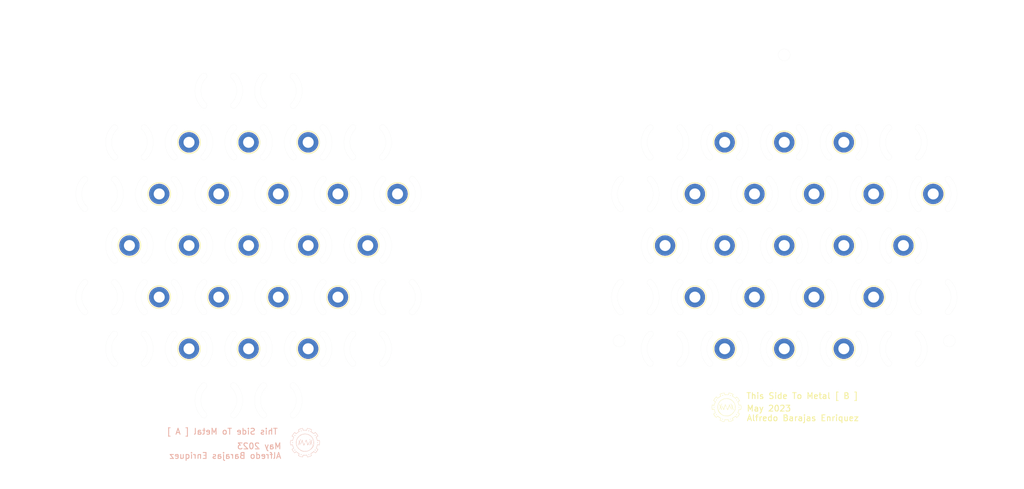
<source format=kicad_pcb>
(kicad_pcb (version 20221018) (generator pcbnew)
  (layers (0 "F.Cu" signal) (31 "B.Cu" signal) (34 "B.Paste" user) (35 "F.Paste" user) (36 "B.SilkS" user "B.Silkscreen") (37 "F.SilkS" user "F.Silkscreen") (38 "B.Mask" user) (39 "F.Mask" user) (44 "Edge.Cuts" user))
  (net 0 "")
  (footprint "TestPoint:TestPoint_Loop_D2.50mm_Drill1.85mm" (layer "F.Cu") (at 65.276263 53.878737)
    (fp_text reference "CH10" hide)
    (fp_text value "READOUT")
    (pad "1" thru_hole circle (at 0 0) (size 3.4 3.4) (drill 1.85) (layers "*.Cu" "*.Mask"))
  )
  (footprint "TestPoint:TestPoint_Loop_D2.50mm_Drill1.85mm" (layer "F.Cu") (at 155.176641 53.878737)
    (fp_text reference "CH10" hide)
    (fp_text value "READOUT")
    (pad "1" thru_hole circle (at 0 0) (size 3.4 3.4) (drill 1.85) (layers "*.Cu" "*.Mask"))
  )
  (footprint "TestPoint:TestPoint_Loop_D2.50mm_Drill1.85mm" (layer "F.Cu") (at 145.176641 53.878737)
    (fp_text reference "CH9" hide)
    (fp_text value "READOUT")
    (pad "1" thru_hole circle (at 0 0) (size 3.4 3.4) (drill 1.85) (layers "*.Cu" "*.Mask"))
  )
  (footprint "TestPoint:TestPoint_Loop_D2.50mm_Drill1.85mm" (layer "F.Cu") (at 50.276263 62.538737)
    (fp_text reference "CH12" hide)
    (fp_text value "READOUT")
    (pad "1" thru_hole circle (at 0 0) (size 3.4 3.4) (drill 1.85) (layers "*.Cu" "*.Mask"))
  )
  (footprint "TestPoint:TestPoint_Loop_D2.50mm_Drill1.85mm" (layer "F.Cu") (at 130.176641 62.538737)
    (fp_text reference "CH1" hide)
    (fp_text value "READOUT")
    (pad "1" thru_hole circle (at 0 0) (size 3.4 3.4) (drill 1.85) (layers "*.Cu" "*.Mask"))
  )
  (footprint "TestPoint:TestPoint_Loop_D2.50mm_Drill1.85mm" (layer "F.Cu") (at 35.276263 53.878737)
    (fp_text reference "CH1" hide)
    (fp_text value "READOUT")
    (pad "1" thru_hole circle (at 0 0) (size 3.4 3.4) (drill 1.85) (layers "*.Cu" "*.Mask"))
  )
  (footprint "TestPoint:TestPoint_Loop_D2.50mm_Drill1.85mm" (layer "F.Cu") (at 140.176641 62.538737)
    (fp_text reference "CH12" hide)
    (fp_text value "READOUT")
    (pad "1" thru_hole circle (at 0 0) (size 3.4 3.4) (drill 1.85) (layers "*.Cu" "*.Mask"))
  )
  (footprint "TestPoint:TestPoint_Loop_D2.50mm_Drill1.85mm" (layer "F.Cu") (at 40.276263 62.538737)
    (fp_text reference "CH1" hide)
    (fp_text value "READOUT")
    (pad "1" thru_hole circle (at 0 0) (size 3.4 3.4) (drill 1.85) (layers "*.Cu" "*.Mask"))
  )
  (footprint "TestPoint:TestPoint_Loop_D2.50mm_Drill1.85mm" (layer "F.Cu") (at 150.176641 62.538737)
    (fp_text reference "CH13" hide)
    (fp_text value "READOUT")
    (pad "1" thru_hole circle (at 0 0) (size 3.4 3.4) (drill 1.85) (layers "*.Cu" "*.Mask"))
  )
  (footprint "TestPoint:TestPoint_Loop_D2.50mm_Drill1.85mm" (layer "F.Cu") (at 60.276263 62.538737)
    (fp_text reference "CH13" hide)
    (fp_text value "READOUT")
    (pad "1" thru_hole circle (at 0 0) (size 3.4 3.4) (drill 1.85) (layers "*.Cu" "*.Mask"))
  )
  (footprint "LOGO" (layer "F.Cu") (at 135.491641 80.983581)
    (fp_text reference "G***" hide)
    (fp_text value "LOGO" hide)
  )
  (footprint "TestPoint:TestPoint_Loop_D2.50mm_Drill1.85mm" (layer "F.Cu") (at 125.176641 53.878737)
    (fp_text reference "CH1" hide)
    (fp_text value "READOUT")
    (pad "1" thru_hole circle (at 0 0) (size 3.4 3.4) (drill 1.85) (layers "*.Cu" "*.Mask"))
  )
  (footprint "TestPoint:TestPoint_Loop_D2.50mm_Drill1.85mm" (layer "F.Cu") (at 150.176641 45.218737)
    (fp_text reference "CH5" hide)
    (fp_text value "READOUT")
    (pad "1" thru_hole circle (at 0 0) (size 3.4 3.4) (drill 1.85) (layers "*.Cu" "*.Mask"))
  )
  (footprint "TestPoint:TestPoint_Loop_D2.50mm_Drill1.85mm" (layer "F.Cu") (at 75.276263 53.878737)
    (fp_text reference "CH11" hide)
    (fp_text value "READOUT")
    (pad "1" thru_hole circle (at 0 0) (size 3.4 3.4) (drill 1.85) (layers "*.Cu" "*.Mask"))
  )
  (footprint "TestPoint:TestPoint_Loop_D2.50mm_Drill1.85mm" (layer "F.Cu") (at 55.276263 53.878737)
    (fp_text reference "CH9" hide)
    (fp_text value "READOUT")
    (pad "1" thru_hole circle (at 0 0) (size 3.4 3.4) (drill 1.85) (layers "*.Cu" "*.Mask"))
  )
  (footprint "TestPoint:TestPoint_Loop_D2.50mm_Drill1.85mm" (layer "F.Cu") (at 65.276263 36.558737)
    (fp_text reference "CH3" hide)
    (fp_text value "READOUT")
    (pad "1" thru_hole circle (at 0 0) (size 3.4 3.4) (drill 1.85) (layers "*.Cu" "*.Mask"))
  )
  (footprint "TestPoint:TestPoint_Loop_D2.50mm_Drill1.85mm" (layer "F.Cu") (at 55.276263 36.558737)
    (fp_text reference "CH2" hide)
    (fp_text value "READOUT")
    (pad "1" thru_hole circle (at 0 0) (size 3.4 3.4) (drill 1.85) (layers "*.Cu" "*.Mask"))
  )
  (footprint "TestPoint:TestPoint_Loop_D2.50mm_Drill1.85mm" (layer "F.Cu") (at 135.176641 36.558737)
    (fp_text reference "CH1" hide)
    (fp_text value "READOUT")
    (pad "1" thru_hole circle (at 0 0) (size 3.4 3.4) (drill 1.85) (layers "*.Cu" "*.Mask"))
  )
  (footprint "TestPoint:TestPoint_Loop_D2.50mm_Drill1.85mm" (layer "F.Cu") (at 45.276263 71.198737)
    (fp_text reference "CH1" hide)
    (fp_text value "READOUT")
    (pad "1" thru_hole circle (at 0 0) (size 3.4 3.4) (drill 1.85) (layers "*.Cu" "*.Mask"))
  )
  (footprint "TestPoint:TestPoint_Loop_D2.50mm_Drill1.85mm" (layer "F.Cu") (at 140.176641 45.218737)
    (fp_text reference "CH4" hide)
    (fp_text value "READOUT")
    (pad "1" thru_hole circle (at 0 0) (size 3.4 3.4) (drill 1.85) (layers "*.Cu" "*.Mask"))
  )
  (footprint "TestPoint:TestPoint_Loop_D2.50mm_Drill1.85mm" (layer "F.Cu") (at 145.176641 36.558737)
    (fp_text reference "CH2" hide)
    (fp_text value "READOUT")
    (pad "1" thru_hole circle (at 0 0) (size 3.4 3.4) (drill 1.85) (layers "*.Cu" "*.Mask"))
  )
  (footprint "TestPoint:TestPoint_Loop_D2.50mm_Drill1.85mm" (layer "F.Cu") (at 145.176641 71.198737)
    (fp_text reference "CH15" hide)
    (fp_text value "READOUT")
    (pad "1" thru_hole circle (at 0 0) (size 3.4 3.4) (drill 1.85) (layers "*.Cu" "*.Mask"))
  )
  (footprint "TestPoint:TestPoint_Loop_D2.50mm_Drill1.85mm" (layer "F.Cu") (at 60.276263 45.218737)
    (fp_text reference "CH5" hide)
    (fp_text value "READOUT")
    (pad "1" thru_hole circle (at 0 0) (size 3.4 3.4) (drill 1.85) (layers "*.Cu" "*.Mask"))
  )
  (footprint "TestPoint:TestPoint_Loop_D2.50mm_Drill1.85mm" (layer "F.Cu") (at 50.276263 45.218737)
    (fp_text reference "CH4" hide)
    (fp_text value "READOUT")
    (pad "1" thru_hole circle (at 0 0) (size 3.4 3.4) (drill 1.85) (layers "*.Cu" "*.Mask"))
  )
  (footprint "TestPoint:TestPoint_Loop_D2.50mm_Drill1.85mm" (layer "F.Cu") (at 160.176641 45.218737)
    (fp_text reference "CH6" hide)
    (fp_text value "READOUT")
    (pad "1" thru_hole circle (at 0 0) (size 3.4 3.4) (drill 1.85) (layers "*.Cu" "*.Mask"))
  )
  (footprint "TestPoint:TestPoint_Loop_D2.50mm_Drill1.85mm" (layer "F.Cu") (at 70.276263 62.538737)
    (fp_text reference "CH14" hide)
    (fp_text value "READOUT")
    (pad "1" thru_hole circle (at 0 0) (size 3.4 3.4) (drill 1.85) (layers "*.Cu" "*.Mask"))
  )
  (footprint "TestPoint:TestPoint_Loop_D2.50mm_Drill1.85mm" (layer "F.Cu") (at 80.276263 45.218737)
    (fp_text reference "CH7" hide)
    (fp_text value "READOUT")
    (pad "1" thru_hole circle (at 0 0) (size 3.4 3.4) (drill 1.85) (layers "*.Cu" "*.Mask"))
  )
  (footprint "TestPoint:TestPoint_Loop_D2.50mm_Drill1.85mm" (layer "F.Cu") (at 55.276263 71.198737)
    (fp_text reference "CH15" hide)
    (fp_text value "READOUT")
    (pad "1" thru_hole circle (at 0 0) (size 3.4 3.4) (drill 1.85) (layers "*.Cu" "*.Mask"))
  )
  (footprint "TestPoint:TestPoint_Loop_D2.50mm_Drill1.85mm" (layer "F.Cu") (at 45.276263 53.878737)
    (fp_text reference "CH8" hide)
    (fp_text value "READOUT")
    (pad "1" thru_hole circle (at 0 0) (size 3.4 3.4) (drill 1.85) (layers "*.Cu" "*.Mask"))
  )
  (footprint "TestPoint:TestPoint_Loop_D2.50mm_Drill1.85mm" (layer "F.Cu") (at 155.176641 36.558737)
    (fp_text reference "CH3" hide)
    (fp_text value "READOUT")
    (pad "1" thru_hole circle (at 0 0) (size 3.4 3.4) (drill 1.85) (layers "*.Cu" "*.Mask"))
  )
  (footprint "TestPoint:TestPoint_Loop_D2.50mm_Drill1.85mm" (layer "F.Cu") (at 65.276263 71.198737)
    (fp_text reference "CH16" hide)
    (fp_text value "READOUT")
    (pad "1" thru_hole circle (at 0 0) (size 3.4 3.4) (drill 1.85) (layers "*.Cu" "*.Mask"))
  )
  (footprint "TestPoint:TestPoint_Loop_D2.50mm_Drill1.85mm" (layer "F.Cu") (at 135.176641 71.198737)
    (fp_text reference "CH1" hide)
    (fp_text value "READOUT")
    (pad "1" thru_hole circle (at 0 0) (size 3.4 3.4) (drill 1.85) (layers "*.Cu" "*.Mask"))
  )
  (footprint "TestPoint:TestPoint_Loop_D2.50mm_Drill1.85mm" (layer "F.Cu") (at 40.276263 45.218737)
    (fp_text reference "CH1" hide)
    (fp_text value "READOUT")
    (pad "1" thru_hole circle (at 0 0) (size 3.4 3.4) (drill 1.85) (layers "*.Cu" "*.Mask"))
  )
  (footprint "TestPoint:TestPoint_Loop_D2.50mm_Drill1.85mm" (layer "F.Cu") (at 165.176641 53.878737)
    (fp_text reference "CH11" hide)
    (fp_text value "READOUT")
    (pad "1" thru_hole circle (at 0 0) (size 3.4 3.4) (drill 1.85) (layers "*.Cu" "*.Mask"))
  )
  (footprint "TestPoint:TestPoint_Loop_D2.50mm_Drill1.85mm" (layer "F.Cu") (at 70.276263 45.218737)
    (fp_text reference "CH6" hide)
    (fp_text value "READOUT")
    (pad "1" thru_hole circle (at 0 0) (size 3.4 3.4) (drill 1.85) (layers "*.Cu" "*.Mask"))
  )
  (footprint "TestPoint:TestPoint_Loop_D2.50mm_Drill1.85mm" (layer "F.Cu") (at 45.276263 36.558737)
    (fp_text reference "CH1" hide)
    (fp_text value "READOUT")
    (pad "1" thru_hole circle (at 0 0) (size 3.4 3.4) (drill 1.85) (layers "*.Cu" "*.Mask"))
  )
  (footprint "TestPoint:TestPoint_Loop_D2.50mm_Drill1.85mm" (layer "F.Cu") (at 130.176641 45.218737)
    (fp_text reference "CH1" hide)
    (fp_text value "READOUT")
    (pad "1" thru_hole circle (at 0 0) (size 3.4 3.4) (drill 1.85) (layers "*.Cu" "*.Mask"))
  )
  (footprint "TestPoint:TestPoint_Loop_D2.50mm_Drill1.85mm" (layer "F.Cu") (at 170.176641 45.218737)
    (fp_text reference "CH7" hide)
    (fp_text value "READOUT")
    (pad "1" thru_hole circle (at 0 0) (size 3.4 3.4) (drill 1.85) (layers "*.Cu" "*.Mask"))
  )
  (footprint "TestPoint:TestPoint_Loop_D2.50mm_Drill1.85mm" (layer "F.Cu") (at 155.176641 71.198737)
    (fp_text reference "CH16" hide)
    (fp_text value "READOUT")
    (pad "1" thru_hole circle (at 0 0) (size 3.4 3.4) (drill 1.85) (layers "*.Cu" "*.Mask"))
  )
  (footprint "TestPoint:TestPoint_Loop_D2.50mm_Drill1.85mm" (layer "F.Cu") (at 135.176641 53.878737)
    (fp_text reference "CH8" hide)
    (fp_text value "READOUT")
    (pad "1" thru_hole circle (at 0 0) (size 3.4 3.4) (drill 1.85) (layers "*.Cu" "*.Mask"))
  )
  (footprint "TestPoint:TestPoint_Loop_D2.50mm_Drill1.85mm" (layer "F.Cu") (at 160.176641 62.538737)
    (fp_text reference "CH14" hide)
    (fp_text value "READOUT")
    (pad "1" thru_hole circle (at 0 0) (size 3.4 3.4) (drill 1.85) (layers "*.Cu" "*.Mask"))
  )
  (footprint "LOGO" (layer "B.Cu") (at 64.741641 86.928581 180)
    (fp_text reference "G***" hide)
    (fp_text value "LOGO" hide)
  )
  (gr_arc (start 42.448106 68.370578) (mid 43.155212 68.370578) (end 43.155212 69.077684) (stroke (width 0.01)) (layer "Edge.Cuts"))
  (gr_arc (start 47.397964 34.437261) (mid 47.397964 33.730155) (end 48.10507 33.730155) (stroke (width 0.01)) (layer "Edge.Cuts"))
  (gr_arc (start 127.348484 59.710578) (mid 128.05559 59.710578) (end 128.05559 60.417684) (stroke (width 0.01)) (layer "Edge.Cuts"))
  (gr_arc (start 162.348485 39.386895) (mid 161.177023 36.558737) (end 162.348485 33.730579) (stroke (width 0.01)) (layer "Edge.Cuts"))
  (gr_arc (start 152.348484 51.050578) (mid 153.05559 51.050578) (end 153.05559 51.757684) (stroke (width 0.01)) (layer "Edge.Cuts"))
  (gr_arc (start 63.155323 73.319901) (mid 63.155323 74.027119) (end 62.448105 74.027119) (stroke (width 0.01)) (layer "Edge.Cuts"))
  (gr_arc (start 78.105071 74.027543) (mid 77.397853 74.027543) (end 77.397853 73.320325) (stroke (width 0.01)) (layer "Edge.Cuts"))
  (gr_arc (start 43.105071 48.047543) (mid 42.397853 48.047543) (end 42.397853 47.340325) (stroke (width 0.01)) (layer "Edge.Cuts"))
  (gr_arc (start 58.105069 56.707543) (mid 57.397851 56.707543) (end 57.397851 56.000325) (stroke (width 0.01)) (layer "Edge.Cuts"))
  (gr_arc (start 73.155323 55.999901) (mid 72.276643 53.878581) (end 73.155323 51.757261) (stroke (width 0.01)) (layer "Edge.Cuts"))
  (gr_arc (start 148.005449 39.387543) (mid 147.298231 39.387543) (end 147.298231 38.680325) (stroke (width 0.01)) (layer "Edge.Cuts"))
  (gr_arc (start 52.448107 74.026895) (mid 51.276645 71.198737) (end 52.448107 68.370579) (stroke (width 0.01)) (layer "Edge.Cuts"))
  (gr_arc (start 58.155323 64.659901) (mid 57.276643 62.538581) (end 58.155323 60.417261) (stroke (width 0.01)) (layer "Edge.Cuts"))
  (gr_arc (start 142.348485 74.026895) (mid 141.177023 71.198737) (end 142.348485 68.370579) (stroke (width 0.01)) (layer "Edge.Cuts"))
  (gr_arc (start 172.298342 43.097261) (mid 172.298342 42.390155) (end 173.005448 42.390155) (stroke (width 0.01)) (layer "Edge.Cuts"))
  (gr_arc (start 63.105071 48.047543) (mid 62.397853 48.047543) (end 62.397853 47.340325) (stroke (width 0.01)) (layer "Edge.Cuts"))
  (gr_arc (start 63.155323 38.679901) (mid 62.276643 36.558581) (end 63.155323 34.437261) (stroke (width 0.01)) (layer "Edge.Cuts"))
  (gr_arc (start 78.105069 51.050155) (mid 79.276642 53.878581) (end 78.105069 56.707007) (stroke (width 0.01)) (layer "Edge.Cuts"))
  (gr_arc (start 142.298342 43.097261) (mid 142.298342 42.390155) (end 143.005448 42.390155) (stroke (width 0.01)) (layer "Edge.Cuts"))
  (gr_arc (start 63.105071 30.727543) (mid 62.397853 30.727543) (end 62.397853 30.020325) (stroke (width 0.01)) (layer "Edge.Cuts"))
  (gr_arc (start 42.397852 60.41715) (mid 43.276642 62.538737) (end 42.397852 64.660324) (stroke (width 0.01)) (layer "Edge.Cuts"))
  (gr_arc (start 82.397964 43.097261) (mid 82.397964 42.390155) (end 83.10507 42.390155) (stroke (width 0.01)) (layer "Edge.Cuts"))
  (gr_arc (start 68.155323 47.339901) (mid 67.276643 45.218581) (end 68.155323 43.097261) (stroke (width 0.01)) (layer "Edge.Cuts"))
  (gr_arc (start 67.397964 51.757261) (mid 67.397964 51.050155) (end 68.10507 51.050155) (stroke (width 0.01)) (layer "Edge.Cuts"))
  (gr_arc (start 153.055701 38.679901) (mid 153.055701 39.387119) (end 152.348483 39.387119) (stroke (width 0.01)) (layer "Edge.Cuts"))
  (gr_arc (start 123.055701 55.999901) (mid 123.055701 56.707119) (end 122.348483 56.707119) (stroke (width 0.01)) (layer "Edge.Cuts"))
  (gr_arc (start 172.29823 60.41715) (mid 173.17702 62.538737) (end 172.29823 64.660324) (stroke (width 0.01)) (layer "Edge.Cuts"))
  (gr_arc (start 147.298608 51.756994) (mid 148.177398 53.878581) (end 147.298608 56.000168) (stroke (width 0.01)) (layer "Edge.Cuts"))
  (gr_arc (start 57.397964 34.437261) (mid 57.397964 33.730155) (end 58.10507 33.730155) (stroke (width 0.01)) (layer "Edge.Cuts"))
  (gr_arc (start 138.005449 74.027543) (mid 137.298231 74.027543) (end 137.298231 73.320325) (stroke (width 0.01)) (layer "Edge.Cuts"))
  (gr_arc (start 127.348485 48.046895) (mid 126.177023 45.218737) (end 127.348485 42.390579) (stroke (width 0.01)) (layer "Edge.Cuts"))
  (gr_arc (start 32.448106 33.730578) (mid 33.155212 33.730578) (end 33.155212 34.437684) (stroke (width 0.01)) (layer "Edge.Cuts"))
  (gr_arc (start 37.448106 42.390578) (mid 38.155212 42.390578) (end 38.155212 43.097684) (stroke (width 0.01)) (layer "Edge.Cuts"))
  (gr_circle (center 85.587152 71.378737) (end 88.587152 71.378737) (stroke (width 0.001)) (fill none) (layer "Edge.Cuts"))
  (gr_arc (start 138.005447 68.370155) (mid 139.17702 71.198581) (end 138.005447 74.027007) (stroke (width 0.01)) (layer "Edge.Cuts"))
  (gr_arc (start 62.448107 39.386895) (mid 61.276645 36.558737) (end 62.448107 33.730579) (stroke (width 0.01)) (layer "Edge.Cuts"))
  (gr_arc (start 142.348863 56.706739) (mid 141.177401 53.878581) (end 142.348863 51.050423) (stroke (width 0.01)) (layer "Edge.Cuts"))
  (gr_arc (start 57.448106 59.710578) (mid 58.155212 59.710578) (end 58.155212 60.417684) (stroke (width 0.01)) (layer "Edge.Cuts"))
  (gr_arc (start 123.055701 38.679901) (mid 122.177021 36.558581) (end 123.055701 34.437261) (stroke (width 0.01)) (layer "Edge.Cuts"))
  (gr_arc (start 68.105069 51.050155) (mid 69.276642 53.878581) (end 68.105069 56.707007) (stroke (width 0.01)) (layer "Edge.Cuts"))
  (gr_arc (start 72.397964 43.097261) (mid 72.397964 42.390155) (end 73.10507 42.390155) (stroke (width 0.01)) (layer "Edge.Cuts"))
  (gr_arc (start 83.105069 59.710155) (mid 84.276642 62.538581) (end 83.105069 65.367007) (stroke (width 0.01)) (layer "Edge.Cuts"))
  (gr_arc (start 38.105069 33.730155) (mid 39.276642 36.558581) (end 38.105069 39.387007) (stroke (width 0.01)) (layer "Edge.Cuts"))
  (gr_arc (start 122.348485 56.706895) (mid 121.177023 53.878737) (end 122.348485 51.050579) (stroke (width 0.01)) (layer "Edge.Cuts"))
  (gr_arc (start 173.005447 59.710155) (mid 174.17702 62.538581) (end 173.005447 65.367007) (stroke (width 0.01)) (layer "Edge.Cuts"))
  (gr_arc (start 158.005447 51.050155) (mid 159.17702 53.878581) (end 158.005447 56.707007) (stroke (width 0.01)) (layer "Edge.Cuts"))
  (gr_arc (start 118.055701 64.659901) (mid 118.055701 65.367119) (end 117.348483 65.367119) (stroke (width 0.01)) (layer "Edge.Cuts"))
  (gr_arc (start 53.105071 65.367543) (mid 52.397853 65.367543) (end 52.397853 64.660325) (stroke (width 0.01)) (layer "Edge.Cuts"))
  (gr_arc (start 172.298342 60.417261) (mid 172.298342 59.710155) (end 173.005448 59.710155) (stroke (width 0.01)) (layer "Edge.Cuts"))
  (gr_arc (start 67.397852 69.07715) (mid 68.276642 71.198737) (end 67.397852 73.320324) (stroke (width 0.01)) (layer "Edge.Cuts"))
  (gr_arc (start 38.155323 64.659901) (mid 38.155323 65.367119) (end 37.448105 65.367119) (stroke (width 0.01)) (layer "Edge.Cuts"))
  (gr_arc (start 53.155323 73.319901) (mid 53.155323 74.027119) (end 52.448105 74.027119) (stroke (width 0.01)) (layer "Edge.Cuts"))
  (gr_arc (start 148.005825 51.049999) (mid 149.177398 53.878425) (end 148.005825 56.706851) (stroke (width 0.01)) (layer "Edge.Cuts"))
  (gr_arc (start 52.448107 39.386895) (mid 51.276645 36.558737) (end 52.448107 33.730579) (stroke (width 0.01)) (layer "Edge.Cuts"))
  (gr_arc (start 43.155323 38.679901) (mid 42.276643 36.558581) (end 43.155323 34.437261) (stroke (width 0.01)) (layer "Edge.Cuts"))
  (gr_arc (start 137.348484 59.710578) (mid 138.05559 59.710578) (end 138.05559 60.417684) (stroke (width 0.01)) (layer "Edge.Cuts"))
  (gr_arc (start 67.448106 42.390578) (mid 68.155212 42.390578) (end 68.155212 43.097684) (stroke (width 0.01)) (layer "Edge.Cuts"))
  (gr_arc (start 48.155323 81.979901) (mid 48.155323 82.687119) (end 47.448105 82.687119) (stroke (width 0.01)) (layer "Edge.Cuts"))
  (gr_arc (start 48.105071 74.027543) (mid 47.397853 74.027543) (end 47.397853 73.320325) (stroke (width 0.01)) (layer "Edge.Cuts"))
  (gr_arc (start 38.105069 51.050155) (mid 39.276642 53.878581) (end 38.105069 56.707007) (stroke (width 0.01)) (layer "Edge.Cuts"))
  (gr_arc (start 137.298342 51.757261) (mid 137.298342 51.050155) (end 138.005448 51.050155) (stroke (width 0.01)) (layer "Edge.Cuts"))
  (gr_arc (start 47.448107 65.366895) (mid 46.276645 62.538737) (end 47.448107 59.710579) (stroke (width 0.01)) (layer "Edge.Cuts"))
  (gr_arc (start 158.005447 68.370155) (mid 159.17702 71.198581) (end 158.005447 74.027007) (stroke (width 0.01)) (layer "Edge.Cuts"))
  (gr_arc (start 148.055701 64.659901) (mid 147.177021 62.538581) (end 148.055701 60.417261) (stroke (width 0.01)) (layer "Edge.Cuts"))
  (gr_arc (start 152.348485 39.386895) (mid 151.177023 36.558737) (end 152.348485 33.730579) (stroke (width 0.01)) (layer "Edge.Cuts"))
  (gr_arc (start 62.448106 51.050578) (mid 63.155212 51.050578) (end 63.155212 51.757684) (stroke (width 0.01)) (layer "Edge.Cuts"))
  (gr_arc (start 72.397964 60.417261) (mid 72.397964 59.710155) (end 73.10507 59.710155) (stroke (width 0.01)) (layer "Edge.Cuts"))
  (gr_arc (start 47.397964 69.077261) (mid 47.397964 68.370155) (end 48.10507 68.370155) (stroke (width 0.01)) (layer "Edge.Cuts"))
  (gr_arc (start 42.448106 33.730578) (mid 43.155212 33.730578) (end 43.155212 34.437684) (stroke (width 0.01)) (layer "Edge.Cuts"))
  (gr_arc (start 62.397852 60.41715) (mid 63.276642 62.538737) (end 62.397852 64.660324) (stroke (width 0.01)) (layer "Edge.Cuts"))
  (gr_arc (start 37.448106 59.710578) (mid 38.155212 59.710578) (end 38.155212 60.417684) (stroke (width 0.01)) (layer "Edge.Cuts"))
  (gr_arc (start 138.005447 33.730155) (mid 139.17702 36.558581) (end 138.005447 39.387007) (stroke (width 0.01)) (layer "Edge.Cuts"))
  (gr_arc (start 58.155323 30.019901) (mid 57.276643 27.898581) (end 58.155323 25.777261) (stroke (width 0.01)) (layer "Edge.Cuts"))
  (gr_arc (start 167.298342 34.437261) (mid 167.298342 33.730155) (end 168.005448 33.730155) (stroke (width 0.01)) (layer "Edge.Cuts"))
  (gr_arc (start 43.105069 42.390155) (mid 44.276642 45.218581) (end 43.105069 48.047007) (stroke (width 0.01)) (layer "Edge.Cuts"))
  (gr_arc (start 147.348484 42.390578) (mid 148.05559 42.390578) (end 148.05559 43.097684) (stroke (width 0.01)) (layer "Edge.Cuts"))
  (gr_arc (start 127.298342 34.437261) (mid 127.298342 33.730155) (end 128.005448 33.730155) (stroke (width 0.01)) (layer "Edge.Cuts"))
  (gr_arc (start 63.105069 59.710155) (mid 64.276642 62.538581) (end 63.105069 65.367007) (stroke (width 0.01)) (layer "Edge.Cuts"))
  (gr_arc (start 63.105071 65.367543) (mid 62.397853 65.367543) (end 62.397853 64.660325) (stroke (width 0.01)) (layer "Edge.Cuts"))
  (gr_arc (start 63.155323 38.679901) (mid 63.155323 39.387119) (end 62.448105 39.387119) (stroke (width 0.01)) (layer "Edge.Cuts"))
  (gr_arc (start 37.397852 34.43715) (mid 38.276642 36.558737) (end 37.397852 38.680324) (stroke (width 0.01)) (layer "Edge.Cuts"))
  (gr_arc (start 168.055701 47.339901) (mid 168.055701 48.047119) (end 167.348483 48.047119) (stroke (width 0.01)) (layer "Edge.Cuts"))
  (gr_arc (start 173.005447 42.390155) (mid 174.17702 45.218581) (end 173.005447 48.047007) (stroke (width 0.01)) (layer "Edge.Cuts"))
  (gr_arc (start 138.005449 39.387543) (mid 137.298231 39.387543) (end 137.298231 38.680325) (stroke (width 0.01)) (layer "Edge.Cuts"))
  (gr_arc (start 73.105071 65.367543) (mid 72.397853 65.367543) (end 72.397853 64.660325) (stroke (width 0.01)) (layer "Edge.Cuts"))
  (gr_arc (start 163.055701 55.999901) (mid 163.055701 56.707119) (end 162.348483 56.707119) (stroke (width 0.01)) (layer "Edge.Cuts"))
  (gr_arc (start 77.448107 65.366895) (mid 76.276645 62.538737) (end 77.448107 59.710579) (stroke (width 0.01)) (layer "Edge.Cuts"))
  (gr_arc (start 158.055701 64.659901) (mid 157.177021 62.538581) (end 158.055701 60.417261) (stroke (width 0.01)) (layer "Edge.Cuts"))
  (gr_arc (start 143.055701 73.319901) (mid 142.177021 71.198581) (end 143.055701 69.077261) (stroke (width 0.01)) (layer "Edge.Cuts"))
  (gr_arc (start 32.448107 39.386895) (mid 31.276645 36.558737) (end 32.448107 33.730579) (stroke (width 0.01)) (layer "Edge.Cuts"))
  (gr_arc (start 73.105071 48.047543) (mid 72.397853 48.047543) (end 72.397853 47.340325) (stroke (width 0.01)) (layer "Edge.Cuts"))
  (gr_arc (start 157.298342 69.077261) (mid 157.298342 68.370155) (end 158.005448 68.370155) (stroke (width 0.01)) (layer "Edge.Cuts"))
  (gr_arc (start 67.448107 48.046895) (mid 66.276645 45.218737) (end 67.448107 42.390579) (stroke (width 0.01)) (layer "Edge.Cuts"))
  (gr_arc (start 148.005449 74.027543) (mid 147.298231 74.027543) (end 147.298231 73.320325) (stroke (width 0.01)) (layer "Edge.Cuts"))
  (gr_arc (start 38.105071 56.707543) (mid 37.397853 56.707543) (end 37.397853 56.000325) (stroke (width 0.01)) (layer "Edge.Cuts"))
  (gr_arc (start 42.448107 74.026895) (mid 41.276645 71.198737) (end 42.448107 68.370579) (stroke (width 0.01)) (layer "Edge.Cuts"))
  (gr_arc (start 163.055701 55.999901) (mid 162.177021 53.878581) (end 163.055701 51.757261) (stroke (width 0.01)) (layer "Edge.Cuts"))
  (gr_arc (start 48.155323 30.019901) (mid 47.276643 27.898581) (end 48.155323 25.777261) (stroke (width 0.01)) (layer "Edge.Cuts"))
  (gr_arc (start 162.348485 74.026895) (mid 161.177023 71.198737) (end 162.348485 68.370579) (stroke (width 0.01)) (layer "Edge.Cuts"))
  (gr_arc (start 122.298342 43.097261) (mid 122.298342 42.390155) (end 123.005448 42.390155) (stroke (width 0.01)) (layer "Edge.Cuts"))
  (gr_arc (start 123.055701 55.999901) (mid 122.177021 53.878581) (end 123.055701 51.757261) (stroke (width 0.01)) (layer "Edge.Cuts"))
  (gr_arc (start 77.397852 51.75715) (mid 78.276642 53.878737) (end 77.397852 56.000324) (stroke (width 0.01)) (layer "Edge.Cuts"))
  (gr_arc (start 122.29823 60.41715) (mid 123.17702 62.538737) (end 122.29823 64.660324) (stroke (width 0.01)) (layer "Edge.Cuts"))
  (gr_arc (start 47.448106 59.710578) (mid 48.155212 59.710578) (end 48.155212 60.417684) (stroke (width 0.01)) (layer "Edge.Cuts"))
  (gr_arc (start 52.397852 43.09715) (mid 53.276642 45.218737) (end 52.397852 47.340324) (stroke (width 0.01)) (layer "Edge.Cuts"))
  (gr_circle (center 117.463639 69.87841) (end 118.463639 69.87841) (stroke (width 0.01)) (fill none) (layer "Edge.Cuts"))
  (gr_arc (start 57.448106 77.030578) (mid 58.155212 77.030578) (end 58.155212 77.737684) (stroke (width 0.01)) (layer "Edge.Cuts"))
  (gr_arc (start 168.005447 68.370155) (mid 169.17702 71.198581) (end 168.005447 74.027007) (stroke (width 0.01)) (layer "Edge.Cuts"))
  (gr_arc (start 52.448105 56.706895) (mid 51.276643 53.878737) (end 52.448105 51.050579) (stroke (width 0.01)) (layer "Edge.Cuts"))
  (gr_arc (start 133.005449 48.047543) (mid 132.298231 48.047543) (end 132.298231 47.340325) (stroke (width 0.01)) (layer "Edge.Cuts"))
  (gr_arc (start 148.005827 56.707387) (mid 147.298609 56.707387) (end 147.298609 56.000169) (stroke (width 0.01)) (layer "Edge.Cuts"))
  (gr_arc (start 118.055701 64.659901) (mid 117.177021 62.538581) (end 118.055701 60.417261) (stroke (width 0.01)) (layer "Edge.Cuts"))
  (gr_arc (start 128.005449 39.387543) (mid 127.298231 39.387543) (end 127.298231 38.680325) (stroke (width 0.01)) (layer "Edge.Cuts"))
  (gr_arc (start 47.448107 48.046895) (mid 46.276645 45.218737) (end 47.448107 42.390579) (stroke (width 0.01)) (layer "Edge.Cuts"))
  (gr_arc (start 118.055701 47.339901) (mid 118.055701 48.047119) (end 117.348483 48.047119) (stroke (width 0.01)) (layer "Edge.Cuts"))
  (gr_arc (start 42.448107 39.386895) (mid 41.276645 36.558737) (end 42.448107 33.730579) (stroke (width 0.01)) (layer "Edge.Cuts"))
  (gr_arc (start 53.155321 55.999901) (mid 53.155321 56.707119) (end 52.448103 56.707119) (stroke (width 0.01)) (layer "Edge.Cuts"))
  (gr_arc (start 163.005447 42.390155) (mid 164.17702 45.218581) (end 163.005447 48.047007) (stroke (width 0.01)) (layer "Edge.Cuts"))
  (gr_arc (start 163.005449 48.047543) (mid 162.298231 48.047543) (end 162.298231 47.340325) (stroke (width 0.01)) (layer "Edge.Cuts"))
  (gr_arc (start 42.397964 43.097261) (mid 42.397964 42.390155) (end 43.10507 42.390155) (stroke (width 0.01)) (layer "Edge.Cuts"))
  (gr_arc (start 147.29823 69.07715) (mid 148.17702 71.198737) (end 147.29823 73.320324) (stroke (width 0.01)) (layer "Edge.Cuts"))
  (gr_arc (start 73.105069 59.710155) (mid 74.276642 62.538581) (end 73.105069 65.367007) (stroke (width 0.01)) (layer "Edge.Cuts"))
  (gr_arc (start 57.397852 34.43715) (mid 58.276642 36.558737) (end 57.397852 38.680324) (stroke (width 0.01)) (layer "Edge.Cuts"))
  (gr_arc (start 117.348484 42.390578) (mid 118.05559 42.390578) (end 118.05559 43.097684) (stroke (width 0.01)) (layer "Edge.Cuts"))
  (gr_arc (start 128.005449 56.707543) (mid 127.298231 56.707543) (end 127.298231 56.000325) (stroke (width 0.01)) (layer "Edge.Cuts"))
  (gr_arc (start 147.348484 59.710578) (mid 148.05559 59.710578) (end 148.05559 60.417684) (stroke (width 0.01)) (layer "Edge.Cuts"))
  (gr_arc (start 48.105071 39.387543) (mid 47.397853 39.387543) (end 47.397853 38.680325) (stroke (width 0.01)) (layer "Edge.Cuts"))
  (gr_arc (start 153.005447 59.710155) (mid 154.17702 62.538581) (end 153.005447 65.367007) (stroke (width 0.01)) (layer "Edge.Cuts"))
  (gr_arc (start 123.055701 73.319901) (mid 122.177021 71.198581) (end 123.055701 69.077261) (stroke (width 0.01)) (layer "Edge.Cuts"))
  (gr_arc (start 62.448106 33.730578) (mid 63.155212 33.730578) (end 63.155212 34.437684) (stroke (width 0.01)) (layer "Edge.Cuts"))
  (gr_arc (start 43.105071 65.367543) (mid 42.397853 65.367543) (end 42.397853 64.660325) (stroke (width 0.01)) (layer "Edge.Cuts"))
  (gr_arc (start 32.397852 60.41715) (mid 33.276642 62.538737) (end 32.397852 64.660324) (stroke (width 0.01)) (layer "Edge.Cuts"))
  (gr_arc (start 143.005447 42.390155) (mid 144.17702 45.218581) (end 143.005447 48.047007) (stroke (width 0.01)) (layer "Edge.Cuts"))
  (gr_arc (start 32.448106 51.050578) (mid 33.155212 51.050578) (end 33.155212 51.757684) (stroke (width 0.01)) (layer "Edge.Cuts"))
  (gr_arc (start 52.397964 43.097261) (mid 52.397964 42.390155) (end 53.10507 42.390155) (stroke (width 0.01)) (layer "Edge.Cuts"))
  (gr_arc (start 152.348485 56.706895) (mid 151.177023 53.878737) (end 152.348485 51.050579) (stroke (width 0.01)) (layer "Edge.Cuts"))
  (gr_arc (start 133.055701 55.999901) (mid 132.177021 53.878581) (end 133.055701 51.757261) (stroke (width 0.01)) (layer "Edge.Cuts"))
  (gr_arc (start 32.397964 43.097261) (mid 32.397964 42.390155) (end 33.10507 42.390155) (stroke (width 0.01)) (layer "Edge.Cuts"))
  (gr_arc (start 53.155323 38.679901) (mid 53.155323 39.387119) (end 52.448105 39.387119) (stroke (width 0.01)) (layer "Edge.Cuts"))
  (gr_arc (start 173.005449 65.367543) (mid 172.298231 65.367543) (end 172.298231 64.660325) (stroke (width 0.01)) (layer "Edge.Cuts"))
  (gr_arc (start 53.105071 82.687543) (mid 52.397853 82.687543) (end 52.397853 81.980325) (stroke (width 0.01)) (layer "Edge.Cuts"))
  (gr_arc (start 152.348485 74.026895) (mid 151.177023 71.198737) (end 152.348485 68.370579) (stroke (width 0.01)) (layer "Edge.Cuts"))
  (gr_arc (start 78.155323 64.659901) (mid 78.155323 65.367119) (end 77.448105 65.367119) (stroke (width 0.01)) (layer "Edge.Cuts"))
  (gr_arc (start 168.005449 74.027543) (mid 167.298231 74.027543) (end 167.298231 73.320325) (stroke (width 0.01)) (layer "Edge.Cuts"))
  (gr_arc (start 137.298342 34.437261) (mid 137.298342 33.730155) (end 138.005448 33.730155) (stroke (width 0.01)) (layer "Edge.Cuts"))
  (gr_arc (start 27.448107 65.366895) (mid 26.276645 62.538737) (end 27.448107 59.710579) (stroke (width 0.01)) (layer "Edge.Cuts"))
  (gr_arc (start 62.448107 74.026895) (mid 61.276645 71.198737) (end 62.448107 68.370579) (stroke (width 0.01)) (layer "Edge.Cuts"))
  (gr_arc (start 63.105069 25.070155) (mid 64.276642 27.898581) (end 63.105069 30.727007) (stroke (width 0.01)) (layer "Edge.Cuts"))
  (gr_arc (start 58.105071 39.387543) (mid 57.397853 39.387543) (end 57.397853 38.680325) (stroke (width 0.01)) (layer "Edge.Cuts"))
  (gr_arc (start 32.397852 43.09715) (mid 33.276642 45.218737) (end 32.397852 47.340324) (stroke (width 0.01)) (layer "Edge.Cuts"))
  (gr_arc (start 78.105069 68.370155) (mid 79.276642 71.198581) (end 78.105069 74.027007) (stroke (width 0.01)) (layer "Edge.Cuts"))
  (gr_arc (start 72.397852 43.09715) (mid 73.276642 45.218737) (end 72.397852 47.340324) (stroke (width 0.01)) (layer "Edge.Cuts"))
  (gr_arc (start 157.348484 59.710578) (mid 158.05559 59.710578) (end 158.05559 60.417684) (stroke (width 0.01)) (layer "Edge.Cuts"))
  (gr_arc (start 72.448107 39.386895) (mid 71.276645 36.558737) (end 72.448107 33.730579) (stroke (width 0.01)) (layer "Edge.Cuts"))
  (gr_arc (start 142.348484 33.730578) (mid 143.05559 33.730578) (end 143.05559 34.437684) (stroke (width 0.01)) (layer "Edge.Cuts"))
  (gr_arc (start 58.105071 74.027543) (mid 57.397853 74.027543) (end 57.397853 73.320325) (stroke (width 0.01)) (layer "Edge.Cuts"))
  (gr_arc (start 33.105069 42.390155) (mid 34.276642 45.218581) (end 33.105069 48.047007) (stroke (width 0.01)) (layer "Edge.Cuts"))
  (gr_arc (start 47.397852 51.75715) (mid 48.276642 53.878737) (end 47.397852 56.000324) (stroke (width 0.01)) (layer "Edge.Cuts"))
  (gr_arc (start 148.055701 64.659901) (mid 148.055701 65.367119) (end 147.348483 65.367119) (stroke (width 0.01)) (layer "Edge.Cuts"))
  (gr_arc (start 168.005447 33.730155) (mid 169.17702 36.558581) (end 168.005447 39.387007) (stroke (width 0.01)) (layer "Edge.Cuts"))
  (gr_arc (start 63.155323 55.999901) (mid 63.155323 56.707119) (end 62.448105 56.707119) (stroke (width 0.01)) (layer "Edge.Cuts"))
  (gr_arc (start 77.397852 34.43715) (mid 78.276642 36.558737) (end 77.397852 38.680324) (stroke (width 0.01)) (layer "Edge.Cuts"))
  (gr_arc (start 58.105067 51.050155) (mid 59.27664 53.878581) (end 58.105067 56.707007) (stroke (width 0.01)) (layer "Edge.Cuts"))
  (gr_arc (start 167.348485 48.046895) (mid 166.177023 45.218737) (end 167.348485 42.390579) (stroke (width 0.01)) (layer "Edge.Cuts"))
  (gr_arc (start 52.397852 77.73715) (mid 53.276642 79.858737) (end 52.397852 81.980324) (stroke (width 0.01)) (layer "Edge.Cuts"))
  (gr_arc (start 137.29823 51.75715) (mid 138.17702 53.878737) (end 137.29823 56.000324) (stroke (width 0.01)) (layer "Edge.Cuts"))
  (gr_arc (start 168.005447 51.050155) (mid 169.17702 53.878581) (end 168.005447 56.707007) (stroke (width 0.01)) (layer "Edge.Cuts"))
  (gr_arc (start 67.448106 59.710578) (mid 68.155212 59.710578) (end 68.155212 60.417684) (stroke (width 0.01)) (layer "Edge.Cuts"))
  (gr_arc (start 138.055701 64.659901) (mid 137.177021 62.538581) (end 138.055701 60.417261) (stroke (width 0.01)) (layer "Edge.Cuts"))
  (gr_arc (start 168.055701 64.659901) (mid 168.055701 65.367119) (end 167.348483 65.367119) (stroke (width 0.01)) (layer "Edge.Cuts"))
  (gr_arc (start 152.29823 43.09715) (mid 153.17702 45.218737) (end 152.29823 47.340324) (stroke (width 0.01)) (layer "Edge.Cuts"))
  (gr_arc (start 147.348485 48.046895) (mid 146.177023 45.218737) (end 147.348485 42.390579) (stroke (width 0.01)) (layer "Edge.Cuts"))
  (gr_arc (start 133.005447 59.710155) (mid 134.17702 62.538581) (end 133.005447 65.367007) (stroke (width 0.01)) (layer "Edge.Cuts"))
  (gr_arc (start 168.055701 47.339901) (mid 167.177021 45.218581) (end 168.055701 43.097261) (stroke (width 0.01)) (layer "Edge.Cuts"))
  (gr_arc (start 28.155323 64.659901) (mid 28.155323 65.367119) (end 27.448105 65.367119) (stroke (width 0.01)) (layer "Edge.Cuts"))
  (gr_arc (start 153.055701 38.679901) (mid 152.177021 36.558581) (end 153.055701 34.437261) (stroke (width 0.01)) (layer "Edge.Cuts"))
  (gr_arc (start 142.348484 68.370578) (mid 143.05559 68.370578) (end 143.05559 69.077684) (stroke (width 0.01)) (layer "Edge.Cuts"))
  (gr_arc (start 47.397964 51.757261) (mid 47.397964 51.050155) (end 48.10507 51.050155) (stroke (width 0.01)) (layer "Edge.Cuts"))
  (gr_arc (start 132.298342 60.417261) (mid 132.298342 59.710155) (end 133.005448 59.710155) (stroke (width 0.01)) (layer "Edge.Cuts"))
  (gr_arc (start 37.448107 48.046895) (mid 36.276645 45.218737) (end 37.448107 42.390579) (stroke (width 0.01)) (layer "Edge.Cuts"))
  (gr_arc (start 132.348484 51.050578) (mid 133.05559 51.050578) (end 133.05559 51.757684) (stroke (width 0.01)) (layer "Edge.Cuts"))
  (gr_arc (start 132.29823 43.09715) (mid 133.17702 45.218737) (end 132.29823 47.340324) (stroke (width 0.01)) (layer "Edge.Cuts"))
  (gr_arc (start 123.005449 65.367543) (mid 122.298231 65.367543) (end 122.298231 64.660325) (stroke (width 0.01)) (layer "Edge.Cuts"))
  (gr_arc (start 137.29823 69.07715) (mid 138.17702 71.198737) (end 137.29823 73.320324) (stroke (width 0.01)) (layer "Edge.Cuts"))
  (gr_arc (start 48.155323 47.339901) (mid 47.276643 45.218581) (end 48.155323 43.097261) (stroke (width 0.01)) (layer "Edge.Cuts"))
  (gr_arc (start 167.348484 59.710578) (mid 168.05559 59.710578) (end 168.05559 60.417684) (stroke (width 0.01)) (layer "Edge.Cuts"))
  (gr_arc (start 73.155323 38.679901) (mid 72.276643 36.558581) (end 73.155323 34.437261) (stroke (width 0.01)) (layer "Edge.Cuts"))
  (gr_arc (start 42.397852 43.09715) (mid 43.276642 45.218737) (end 42.397852 47.340324) (stroke (width 0.01)) (layer "Edge.Cuts"))
  (gr_arc (start 163.005449 65.367543) (mid 162.298231 65.367543) (end 162.298231 64.660325) (stroke (width 0.01)) (layer "Edge.Cuts"))
  (gr_arc (start 43.155323 55.999901) (mid 43.155323 56.707119) (end 42.448105 56.707119) (stroke (width 0.01)) (layer "Edge.Cuts"))
  (gr_arc (start 152.298342 60.417261) (mid 152.298342 59.710155) (end 153.005448 59.710155) (stroke (width 0.01)) (layer "Edge.Cuts"))
  (gr_arc (start 143.055701 38.679901) (mid 142.177021 36.558581) (end 143.055701 34.437261) (stroke (width 0.01)) (layer "Edge.Cuts"))
  (gr_arc (start 33.155323 38.679901) (mid 32.276643 36.558581) (end 33.155323 34.437261) (stroke (width 0.01)) (layer "Edge.Cuts"))
  (gr_arc (start 167.298342 51.757261) (mid 167.298342 51.050155) (end 168.005448 51.050155) (stroke (width 0.01)) (layer "Edge.Cuts"))
  (gr_arc (start 57.448107 65.366895) (mid 56.276645 62.538737) (end 57.448107 59.710579) (stroke (width 0.01)) (layer "Edge.Cuts"))
  (gr_arc (start 168.005449 39.387543) (mid 167.298231 39.387543) (end 167.298231 38.680325) (stroke (width 0.01)) (layer "Edge.Cuts"))
  (gr_arc (start 162.298342 43.097261) (mid 162.298342 42.390155) (end 163.005448 42.390155) (stroke (width 0.01)) (layer "Edge.Cuts"))
  (gr_arc (start 153.055701 73.319901) (mid 152.177021 71.198581) (end 153.055701 69.077261) (stroke (width 0.01)) (layer "Edge.Cuts"))
  (gr_arc (start 67.448107 65.366895) (mid 66.276645 62.538737) (end 67.448107 59.710579) (stroke (width 0.01)) (layer "Edge.Cuts"))
  (gr_arc (start 132.348485 56.706895) (mid 131.177023 53.878737) (end 132.348485 51.050579) (stroke (width 0.01)) (layer "Edge.Cuts"))
  (gr_arc (start 128.055701 47.339901) (mid 127.177021 45.218581) (end 128.055701 43.097261) (stroke (width 0.01)) (layer "Edge.Cuts"))
  (gr_arc (start 158.005449 56.707543) (mid 157.298231 56.707543) (end 157.298231 56.000325) (stroke (width 0.01)) (layer "Edge.Cuts"))
  (gr_arc (start 83.105069 42.390155) (mid 84.276642 45.218581) (end 83.105069 48.047007) (stroke (width 0.01)) (layer "Edge.Cuts"))
  (gr_arc (start 72.397852 60.41715) (mid 73.276642 62.538737) (end 72.397852 64.660324) (stroke (width 0.01)) (layer "Edge.Cuts"))
  (gr_arc (start 167.29823 34.43715) (mid 168.17702 36.558737) (end 167.29823 38.680324) (stroke (width 0.01)) (layer "Edge.Cuts"))
  (gr_arc (start 142.29823 43.09715) (mid 143.17702 45.218737) (end 142.29823 47.340324) (stroke (width 0.01)) (layer "Edge.Cuts"))
  (gr_arc (start 53.155323 38.679901) (mid 52.276643 36.558581) (end 53.155323 34.437261) (stroke (width 0.01)) (layer "Edge.Cuts"))
  (gr_arc (start 57.448107 30.726895) (mid 56.276645 27.898737) (end 57.448107 25.070579) (stroke (width 0.01)) (layer "Edge.Cuts"))
  (gr_arc (start 33.155323 55.999901) (mid 33.155323 56.707119) (end 32.448105 56.707119) (stroke (width 0.01)) (layer "Edge.Cuts"))
  (gr_arc (start 33.155323 38.679901) (mid 33.155323 39.387119) (end 32.448105 39.387119) (stroke (width 0.01)) (layer "Edge.Cuts"))
  (gr_arc (start 72.448106 33.730578) (mid 73.155212 33.730578) (end 73.155212 34.437684) (stroke (width 0.01)) (layer "Edge.Cuts"))
  (gr_arc (start 63.155323 73.319901) (mid 62.276643 71.198581) (end 63.155323 69.077261) (stroke (width 0.01)) (layer "Edge.Cuts"))
  (gr_arc (start 127.29823 51.75715) (mid 128.17702 53.878737) (end 127.29823 56.000324) (stroke (width 0.01)) (layer "Edge.Cuts"))
  (gr_arc (start 47.397852 34.43715) (mid 48.276642 36.558737) (end 47.397852 38.680324) (stroke (width 0.01)) (layer "Edge.Cuts"))
  (gr_arc (start 152.348484 33.730578) (mid 153.05559 33.730578) (end 153.05559 34.437684) (stroke (width 0.01)) (layer "Edge.Cuts"))
  (gr_arc (start 158.005447 33.730155) (mid 159.17702 36.558581) (end 158.005447 39.387007) (stroke (width 0.01)) (layer "Edge.Cuts"))
  (gr_arc (start 133.005447 42.390155) (mid 134.17702 45.218581) (end 133.005447 48.047007) (stroke (width 0.01)) (layer "Edge.Cuts"))
  (gr_arc (start 57.39785 51.75715) (mid 58.27664 53.878737) (end 57.39785 56.000324) (stroke (width 0.01)) (layer "Edge.Cuts"))
  (gr_arc (start 73.155323 38.679901) (mid 73.155323 39.387119) (end 72.448105 39.387119) (stroke (width 0.01)) (layer "Edge.Cuts"))
  (gr_arc (start 43.155323 73.319901) (mid 42.276643 71.198581) (end 43.155323 69.077261) (stroke (width 0.01)) (layer "Edge.Cuts"))
  (gr_arc (start 127.298342 69.077261) (mid 127.298342 68.370155) (end 128.005448 68.370155) (stroke (width 0.01)) (layer "Edge.Cuts"))
  (gr_arc (start 27.448106 59.710578) (mid 28.155212 59.710578) (end 28.155212 60.417684) (stroke (width 0.01)) (layer "Edge.Cuts"))
  (gr_arc (start 58.105069 68.370155) (mid 59.276642 71.198581) (end 58.105069 74.027007) (stroke (width 0.01)) (layer "Edge.Cuts"))
  (gr_arc (start 162.348484 33.730578) (mid 163.05559 33.730578) (end 163.05559 34.437684) (stroke (width 0.01)) (layer "Edge.Cuts"))
  (gr_arc (start 167.348485 65.366895) (mid 166.177023 62.538737) (end 167.348485 59.710579) (stroke (width 0.01)) (layer "Edge.Cuts"))
  (gr_arc (start 127.29823 69.07715) (mid 128.17702 71.198737) (end 127.29823 73.320324) (stroke (width 0.01)) (layer "Edge.Cuts"))
  (gr_arc (start 43.155323 55.999901) (mid 42.276643 53.878581) (end 43.155323 51.757261) (stroke (width 0.01)) (layer "Edge.Cuts"))
  (gr_arc (start 138.005449 56.707543) (mid 137.298231 56.707543) (end 137.298231 56.000325) (stroke (width 0.01)) (layer "Edge.Cuts"))
  (gr_arc (start 153.055701 55.999901) (mid 153.055701 56.707119) (end 152.348483 56.707119) (stroke (width 0.01)) (layer "Edge.Cuts"))
  (gr_arc (start 53.155323 73.319901) (mid 52.276643 71.198581) (end 53.155323 69.077261) (stroke (width 0.01)) (layer "Edge.Cuts"))
  (gr_arc (start 58.155323 47.339901) (mid 57.276643 45.218581) (end 58.155323 43.097261) (stroke (width 0.01)) (layer "Edge.Cuts"))
  (gr_arc (start 62.448106 68.370578) (mid 63.155212 68.370578) (end 63.155212 69.077684) (stroke (width 0.01)) (layer "Edge.Cuts"))
  (gr_arc (start 47.448107 30.726895) (mid 46.276645 27.898737) (end 47.448107 25.070579) (stroke (width 0.01)) (layer "Edge.Cuts"))
  (gr_arc (start 143.055701 38.679901) (mid 143.055701 39.387119) (end 142.348483 39.387119) (stroke (width 0.01)) (layer "Edge.Cuts"))
  (gr_arc (start 33.155323 73.319901) (mid 32.276643 71.198581) (end 33.155323 69.077261) (stroke (width 0.01)) (layer "Edge.Cuts"))
  (gr_arc (start 48.105069 33.730155) (mid 49.276642 36.558581) (end 48.105069 39.387007) (stroke (width 0.01)) (layer "Edge.Cuts"))
  (gr_arc (start 153.005447 42.390155) (mid 154.17702 45.218581) (end 153.005447 48.047007) (stroke (width 0.01)) (layer "Edge.Cuts"))
  (gr_arc (start 122.348485 39.386895) (mid 121.177023 36.558737) (end 122.348485 33.730579) (stroke (width 0.01)) (layer "Edge.Cuts"))
  (gr_arc (start 38.155323 47.339901) (mid 38.155323 48.047119) (end 37.448105 48.047119) (stroke (width 0.01)) (layer "Edge.Cuts"))
  (gr_arc (start 68.105069 33.730155) (mid 69.276642 36.558581) (end 68.105069 39.387007) (stroke (width 0.01)) (layer "Edge.Cuts"))
  (gr_arc (start 147.29872 51.757105) (mid 147.29872 51.049999) (end 148.005826 51.049999) (stroke (width 0.01)) (layer "Edge.Cuts"))
  (gr_arc (start 163.005447 59.710155) (mid 164.17702 62.538581) (end 163.005447 65.367007) (stroke (width 0.01)) (layer "Edge.Cuts"))
  (gr_arc (start 157.29823 51.75715) (mid 158.17702 53.878737) (end 157.29823 56.000324) (stroke (width 0.01)) (layer "Edge.Cuts"))
  (gr_arc (start 133.055701 73.319901) (mid 133.055701 74.027119) (end 132.348483 74.027119) (stroke (width 0.01)) (layer "Edge.Cuts"))
  (gr_arc (start 158.005449 74.027543) (mid 157.298231 74.027543) (end 157.298231 73.320325) (stroke (width 0.01)) (layer "Edge.Cuts"))
  (gr_arc (start 78.155323 47.339901) (mid 78.155323 48.047119) (end 77.448105 48.047119) (stroke (width 0.01)) (layer "Edge.Cuts"))
  (gr_arc (start 53.105069 25.070155) (mid 54.276642 27.898581) (end 53.105069 30.727007) (stroke (width 0.01)) (layer "Edge.Cuts"))
  (gr_arc (start 138.005447 51.050155) (mid 139.17702 53.878581) (end 138.005447 56.707007) (stroke (width 0.01)) (layer "Edge.Cuts"))
  (gr_arc (start 28.155323 64.659901) (mid 27.276643 62.538581) (end 28.155323 60.417261) (stroke (width 0.01)) (layer "Edge.Cuts"))
  (gr_arc (start 143.005447 59.710155) (mid 144.17702 62.538581) (end 143.005447 65.367007) (stroke (width 0.01)) (layer "Edge.Cuts"))
  (gr_arc (start 37.448107 65.366895) (mid 36.276645 62.538737) (end 37.448107 59.710579) (stroke (width 0.01)) (layer "Edge.Cuts"))
  (gr_arc (start 148.055701 47.339901) (mid 148.055701 48.047119) (end 147.348483 48.047119) (stroke (width 0.01)) (layer "Edge.Cuts"))
  (gr_circle (center 145.176641 53.878737) (end 179.176641 53.878737) (stroke (width 0.001)) (fill none) (layer "Edge.Cuts"))
  (gr_arc (start 118.055701 47.339901) (mid 117.177021 45.218581) (end 118.055701 43.097261) (stroke (width 0.01)) (layer "Edge.Cuts"))
  (gr_arc (start 123.005447 59.710155) (mid 124.17702 62.538581) (end 123.005447 65.367007) (stroke (width 0.01)) (layer "Edge.Cuts"))
  (gr_arc (start 47.448107 82.686895) (mid 46.276645 79.858737) (end 47.448107 77.030579) (stroke (width 0.01)) (layer "Edge.Cuts"))
  (gr_arc (start 42.397964 60.417261) (mid 42.397964 59.710155) (end 43.10507 59.710155) (stroke (width 0.01)) (layer "Edge.Cuts"))
  (gr_arc (start 157.348484 42.390578) (mid 158.05559 42.390578) (end 158.05559 43.097684) (stroke (width 0.01)) (layer "Edge.Cuts"))
  (gr_arc (start 122.29823 43.09715) (mid 123.17702 45.218737) (end 122.29823 47.340324) (stroke (width 0.01)) (layer "Edge.Cuts"))
  (gr_arc (start 38.105069 68.370155) (mid 39.276642 71.198581) (end 38.105069 74.027007) (stroke (width 0.01)) (layer "Edge.Cuts"))
  (gr_arc (start 157.29823 34.43715) (mid 158.17702 36.558737) (end 157.29823 38.680324) (stroke (width 0.01)) (layer "Edge.Cuts"))
  (gr_arc (start 57.397852 69.07715) (mid 58.276642 71.198737) (end 57.397852 73.320324) (stroke (width 0.01)) (layer "Edge.Cuts"))
  (gr_arc (start 33.105071 48.047543) (mid 32.397853 48.047543) (end 32.397853 47.340325) (stroke (width 0.01)) (layer "Edge.Cuts"))
  (gr_arc (start 47.448106 77.030578) (mid 48.155212 77.030578) (end 48.155212 77.737684) (stroke (width 0.01)) (layer "Edge.Cuts"))
  (gr_arc (start 147.348485 65.366895) (mid 146.177023 62.538737) (end 147.348485 59.710579) (stroke (width 0.01)) (layer "Edge.Cuts"))
  (gr_arc (start 68.105071 74.027543) (mid 67.397853 74.027543) (end 67.397853 73.320325) (stroke (width 0.01)) (layer "Edge.Cuts"))
  (gr_arc (start 132.298342 43.097261) (mid 132.298342 42.390155) (end 133.005448 42.390155) (stroke (width 0.01)) (layer "Edge.Cuts"))
  (gr_arc (start 128.005449 74.027543) (mid 127.298231 74.027543) (end 127.298231 73.320325) (stroke (width 0.01)) (layer "Edge.Cuts"))
  (gr_arc (start 127.298342 51.757261) (mid 127.298342 51.050155) (end 128.005448 51.050155) (stroke (width 0.01)) (layer "Edge.Cuts"))
  (gr_arc (start 48.155323 47.339901) (mid 48.155323 48.047119) (end 47.448105 48.047119) (stroke (width 0.01)) (layer "Edge.Cuts"))
  (gr_arc (start 163.055701 38.679901) (mid 163.055701 39.387119) (end 162.348483 39.387119) (stroke (width 0.01)) (layer "Edge.Cuts"))
  (gr_arc (start 137.348484 42.390578) (mid 138.05559 42.390578) (end 138.05559 43.097684) (stroke (width 0.01)) (layer "Edge.Cuts"))
  (gr_arc (start 57.448107 48.046895) (mid 56.276645 45.218737) (end 57.448107 42.390579) (stroke (width 0.01)) (layer "Edge.Cuts"))
  (gr_arc (start 163.055701 38.679901) (mid 162.177021 36.558581) (end 163.055701 34.437261) (stroke (width 0.01)) (layer "Edge.Cuts"))
  (gr_arc (start 128.005447 33.730155) (mid 129.17702 36.558581) (end 128.005447 39.387007) (stroke (width 0.01)) (layer "Edge.Cuts"))
  (gr_arc (start 157.29823 69.07715) (mid 158.17702 71.198737) (end 157.29823 73.320324) (stroke (width 0.01)) (layer "Edge.Cuts"))
  (gr_arc (start 82.397852 43.09715) (mid 83.276642 45.218737) (end 82.397852 47.340324) (stroke (width 0.01)) (layer "Edge.Cuts"))
  (gr_arc (start 53.105071 30.727543) (mid 52.397853 30.727543) (end 52.397853 30.020325) (stroke (width 0.01)) (layer "Edge.Cuts"))
  (gr_arc (start 137.348485 65.366895) (mid 136.177023 62.538737) (end 137.348485 59.710579) (stroke (width 0.01)) (layer "Edge.Cuts"))
  (gr_arc (start 47.448106 25.070578) (mid 48.155212 25.070578) (end 48.155212 25.777684) (stroke (width 0.01)) (layer "Edge.Cuts"))
  (gr_arc (start 143.056079 55.999745) (mid 142.177399 53.878425) (end 143.056079 51.757105) (stroke (width 0.01)) (layer "Edge.Cuts"))
  (gr_arc (start 142.348485 39.386895) (mid 141.177023 36.558737) (end 142.348485 33.730579) (stroke (width 0.01)) (layer "Edge.Cuts"))
  (gr_arc (start 127.348484 42.390578) (mid 128.05559 42.390578) (end 128.05559 43.097684) (stroke (width 0.01)) (layer "Edge.Cuts"))
  (gr_arc (start 53.105069 42.390155) (mid 54.276642 45.218581) (end 53.105069 48.047007) (stroke (width 0.01)) (layer "Edge.Cuts"))
  (gr_arc (start 53.105069 77.030155) (mid 54.276642 79.858581) (end 53.105069 82.687007) (stroke (width 0.01)) (layer "Edge.Cuts"))
  (gr_arc (start 163.055701 73.319901) (mid 162.177021 71.198581) (end 163.055701 69.077261) (stroke (width 0.01)) (layer "Edge.Cuts"))
  (gr_arc (start 138.055701 64.659901) (mid 138.055701 65.367119) (end 137.348483 65.367119) (stroke (width 0.01)) (layer "Edge.Cuts"))
  (gr_arc (start 52.397852 60.41715) (mid 53.276642 62.538737) (end 52.397852 64.660324) (stroke (width 0.01)) (layer "Edge.Cuts"))
  (gr_arc (start 127.29823 34.43715) (mid 128.17702 36.558737) (end 127.29823 38.680324) (stroke (width 0.01)) (layer "Edge.Cuts"))
  (gr_arc (start 62.397852 25.77715) (mid 63.276642 27.898737) (end 62.397852 30.020324) (stroke (width 0.01)) (layer "Edge.Cuts"))
  (gr_arc (start 67.397964 69.077261) (mid 67.397964 68.370155) (end 68.10507 68.370155) (stroke (width 0.01)) (layer "Edge.Cuts"))
  (gr_arc (start 157.298342 34.437261) (mid 157.298342 33.730155) (end 158.005448 33.730155) (stroke (width 0.01)) (layer "Edge.Cuts"))
  (gr_arc (start 137.298342 69.077261) (mid 137.298342 68.370155) (end 138.005448 68.370155) (stroke (width 0.01)) (layer "Edge.Cuts"))
  (gr_arc (start 167.298342 69.077261) (mid 167.298342 68.370155) (end 168.005448 68.370155) (stroke (width 0.01)) (layer "Edge.Cuts"))
  (gr_arc (start 132.348485 39.386895) (mid 131.177023 36.558737) (end 132.348485 33.730579) (stroke (width 0.01)) (layer "Edge.Cuts"))
  (gr_arc (start 33.155323 55.999901) (mid 32.276643 53.878581) (end 33.155323 51.757261) (stroke (width 0.01)) (layer "Edge.Cuts"))
  (gr_arc (start 162.348484 51.050578) (mid 163.05559 51.050578) (end 163.05559 51.757684) (stroke (width 0.01)) (layer "Edge.Cuts"))
  (gr_arc (start 53.155321 55.999901) (mid 52.276641 53.878581) (end 53.155321 51.757261) (stroke (width 0.01)) (layer "Edge.Cuts"))
  (gr_arc (start 38.105071 74.027543) (mid 37.397853 74.027543) (end 37.397853 73.320325) (stroke (width 0.01)) (layer "Edge.Cuts"))
  (gr_arc (start 162.298342 60.417261) (mid 162.298342 59.710155) (end 163.005448 59.710155) (stroke (width 0.01)) (layer "Edge.Cuts"))
  (gr_arc (start 42.448107 56.706895) (mid 41.276645 53.878737) (end 42.448107 51.050579) (stroke (width 0.01)) (layer "Edge.Cuts"))
  (gr_arc (start 137.348485 48.046895) (mid 136.177023 45.218737) (end 137.348485 42.390579) (stroke (width 0.01)) (layer "Edge.Cuts"))
  (gr_arc (start 37.397852 51.75715) (mid 38.276642 53.878737) (end 37.397852 56.000324) (stroke (width 0.01)) (layer "Edge.Cuts"))
  (gr_circle (center 24.965374 71.378737) (end 27.965374 71.378737) (stroke (width 0.001)) (fill none) (layer "Edge.Cuts"))
  (gr_arc (start 122.348484 68.370578) (mid 123.05559 68.370578) (end 123.05559 69.077684) (stroke (width 0.01)) (layer "Edge.Cuts"))
  (gr_arc (start 158.055701 47.339901) (mid 157.177021 45.218581) (end 158.055701 43.097261) (stroke (width 0.01)) (layer "Edge.Cuts"))
  (gr_arc (start 162.29823 43.09715) (mid 163.17702 45.218737) (end 162.29823 47.340324) (stroke (width 0.01)) (layer "Edge.Cuts"))
  (gr_arc (start 62.397964 60.417261) (mid 62.397964 59.710155) (end 63.10507 59.710155) (stroke (width 0.01)) (layer "Edge.Cuts"))
  (gr_arc (start 132.348484 68.370578) (mid 133.05559 68.370578) (end 133.05559 69.077684) (stroke (width 0.01)) (layer "Edge.Cuts"))
  (gr_arc (start 117.348485 48.046895) (mid 116.177023 45.218737) (end 117.348485 42.390579) (stroke (width 0.01)) (layer "Edge.Cuts"))
  (gr_arc (start 67.397964 34.437261) (mid 67.397964 33.730155) (end 68.10507 33.730155) (stroke (width 0.01)) (layer "Edge.Cuts"))
  (gr_arc (start 52.397852 25.77715) (mid 53.276642 27.898737) (end 52.397852 30.020324) (stroke (width 0.01)) (layer "Edge.Cuts"))
  (gr_circle (center 55.276263 18.878737) (end 58.276263 18.878737) (stroke (width 0.001)) (fill none) (layer "Edge.Cuts"))
  (gr_arc (start 68.105071 39.387543) (mid 67.397853 39.387543) (end 67.397853 38.680325) (stroke (width 0.01)) (layer "Edge.Cuts"))
  (gr_arc (start 77.397964 34.437261) (mid 77.397964 33.730155) (end 78.10507 33.730155) (stroke (width 0.01)) (layer "Edge.Cuts"))
  (gr_circle (center 145.177019 21.878737) (end 146.177019 21.878737) (stroke (width 0.01)) (fill none) (layer "Edge.Cuts"))
  (gr_arc (start 123.055701 73.319901) (mid 123.055701 74.027119) (end 122.348483 74.027119) (stroke (width 0.01)) (layer "Edge.Cuts"))
  (gr_arc (start 52.448104 51.050578) (mid 53.15521 51.050578) (end 53.15521 51.757684) (stroke (width 0.01)) (layer "Edge.Cuts"))
  (gr_arc (start 62.397964 43.097261) (mid 62.397964 42.390155) (end 63.10507 42.390155) (stroke (width 0.01)) (layer "Edge.Cuts"))
  (gr_arc (start 53.105071 48.047543) (mid 52.397853 48.047543) (end 52.397853 47.340325) (stroke (width 0.01)) (layer "Edge.Cuts"))
  (gr_arc (start 48.155323 81.979901) (mid 47.276643 79.858581) (end 48.155323 77.737261) (stroke (width 0.01)) (layer "Edge.Cuts"))
  (gr_arc (start 142.29823 60.41715) (mid 143.17702 62.538737) (end 142.29823 64.660324) (stroke (width 0.01)) (layer "Edge.Cuts"))
  (gr_arc (start 167.29823 69.07715) (mid 168.17702 71.198737) (end 167.29823 73.320324) (stroke (width 0.01)) (layer "Edge.Cuts"))
  (gr_arc (start 128.055701 47.339901) (mid 128.055701 48.047119) (end 127.348483 48.047119) (stroke (width 0.01)) (layer "Edge.Cuts"))
  (gr_arc (start 152.29823 60.41715) (mid 153.17702 62.538737) (end 152.29823 64.660324) (stroke (width 0.01)) (layer "Edge.Cuts"))
  (gr_arc (start 27.448106 42.390578) (mid 28.155212 42.390578) (end 28.155212 43.097684) (stroke (width 0.01)) (layer "Edge.Cuts"))
  (gr_arc (start 157.298342 51.757261) (mid 157.298342 51.050155) (end 158.005448 51.050155) (stroke (width 0.01)) (layer "Edge.Cuts"))
  (gr_circle (center 172.889265 69.879064) (end 173.889265 69.879064) (stroke (width 0.01)) (fill none) (layer "Edge.Cuts"))
  (gr_arc (start 37.397964 69.077261) (mid 37.397964 68.370155) (end 38.10507 68.370155) (stroke (width 0.01)) (layer "Edge.Cuts"))
  (gr_arc (start 128.005447 68.370155) (mid 129.17702 71.198581) (end 128.005447 74.027007) (stroke (width 0.01)) (layer "Edge.Cuts"))
  (gr_arc (start 132.348484 33.730578) (mid 133.05559 33.730578) (end 133.05559 34.437684) (stroke (width 0.01)) (layer "Edge.Cuts"))
  (gr_arc (start 82.397852 60.41715) (mid 83.276642 62.538737) (end 82.397852 64.660324) (stroke (width 0.01)) (layer "Edge.Cuts"))
  (gr_arc (start 37.397964 34.437261) (mid 37.397964 33.730155) (end 38.10507 33.730155) (stroke (width 0.01)) (layer "Edge.Cuts"))
  (gr_arc (start 147.29823 34.43715) (mid 148.17702 36.558737) (end 147.29823 38.680324) (stroke (width 0.01)) (layer "Edge.Cuts"))
  (gr_arc (start 143.056079 55.999745) (mid 143.056079 56.706963) (end 142.348861 56.706963) (stroke (width 0.01)) (layer "Edge.Cuts"))
  (gr_circle (center 55.276263 53.878737) (end 95.276263 53.878737) (stroke (width 0.001)) (fill none) (layer "Edge.Cuts"))
  (gr_arc (start 63.105069 42.390155) (mid 64.276642 45.218581) (end 63.105069 48.047007) (stroke (width 0.01)) (layer "Edge.Cuts"))
  (gr_arc (start 83.105071 65.367543) (mid 82.397853 65.367543) (end 82.397853 64.660325) (stroke (width 0.01)) (layer "Edge.Cuts"))
  (gr_arc (start 68.105071 56.707543) (mid 67.397853 56.707543) (end 67.397853 56.000325) (stroke (width 0.01)) (layer "Edge.Cuts"))
  (gr_arc (start 53.105069 59.710155) (mid 54.276642 62.538581) (end 53.105069 65.367007) (stroke (width 0.01)) (layer "Edge.Cuts"))
  (gr_arc (start 122.348484 51.050578) (mid 123.05559 51.050578) (end 123.05559 51.757684) (stroke (width 0.01)) (layer "Edge.Cuts"))
  (gr_arc (start 32.397964 60.417261) (mid 32.397964 59.710155) (end 33.10507 59.710155) (stroke (width 0.01)) (layer "Edge.Cuts"))
  (gr_arc (start 57.448106 42.390578) (mid 58.155212 42.390578) (end 58.155212 43.097684) (stroke (width 0.01)) (layer "Edge.Cuts"))
  (gr_arc (start 137.29823 34.43715) (mid 138.17702 36.558737) (end 137.29823 38.680324) (stroke (width 0.01)) (layer "Edge.Cuts"))
  (gr_arc (start 47.397852 69.07715) (mid 48.276642 71.198737) (end 47.397852 73.320324) (stroke (width 0.01)) (layer "Edge.Cuts"))
  (gr_arc (start 58.105069 33.730155) (mid 59.276642 36.558581) (end 58.105069 39.387007) (stroke (width 0.01)) (layer "Edge.Cuts"))
  (gr_arc (start 77.448107 48.046895) (mid 76.276645 45.218737) (end 77.448107 42.390579) (stroke (width 0.01)) (layer "Edge.Cuts"))
  (gr_arc (start 68.105069 68.370155) (mid 69.276642 71.198581) (end 68.105069 74.027007) (stroke (width 0.01)) (layer "Edge.Cuts"))
  (gr_arc (start 78.105069 33.730155) (mid 79.276642 36.558581) (end 78.105069 39.387007) (stroke (width 0.01)) (layer "Edge.Cuts"))
  (gr_arc (start 63.155323 55.999901) (mid 62.276643 53.878581) (end 63.155323 51.757261) (stroke (width 0.01)) (layer "Edge.Cuts"))
  (gr_arc (start 32.448106 68.370578) (mid 33.155212 68.370578) (end 33.155212 69.077684) (stroke (width 0.01)) (layer "Edge.Cuts"))
  (gr_arc (start 58.155323 47.339901) (mid 58.155323 48.047119) (end 57.448105 48.047119) (stroke (width 0.01)) (layer "Edge.Cuts"))
  (gr_arc (start 133.055701 38.679901) (mid 132.177021 36.558581) (end 133.055701 34.437261) (stroke (width 0.01)) (layer "Edge.Cuts"))
  (gr_arc (start 172.29823 43.09715) (mid 173.17702 45.218737) (end 172.29823 47.340324) (stroke (width 0.01)) (layer "Edge.Cuts"))
  (gr_arc (start 62.397852 77.73715) (mid 63.276642 79.858737) (end 62.397852 81.980324) (stroke (width 0.01)) (layer "Edge.Cuts"))
  (gr_arc (start 28.155323 47.339901) (mid 28.155323 48.047119) (end 27.448105 48.047119) (stroke (width 0.01)) (layer "Edge.Cuts"))
  (gr_arc (start 127.348485 65.366895) (mid 126.177023 62.538737) (end 127.348485 59.710579) (stroke (width 0.01)) (layer "Edge.Cuts"))
  (gr_arc (start 37.397964 51.757261) (mid 37.397964 51.050155) (end 38.10507 51.050155) (stroke (width 0.01)) (layer "Edge.Cuts"))
  (gr_arc (start 78.155323 47.339901) (mid 77.276643 45.218581) (end 78.155323 43.097261) (stroke (width 0.01)) (layer "Edge.Cuts"))
  (gr_arc (start 28.155323 47.339901) (mid 27.276643 45.218581) (end 28.155323 43.097261) (stroke (width 0.01)) (layer "Edge.Cuts"))
  (gr_arc (start 162.348485 56.706895) (mid 161.177023 53.878737) (end 162.348485 51.050579) (stroke (width 0.01)) (layer "Edge.Cuts"))
  (gr_arc (start 38.105071 39.387543) (mid 37.397853 39.387543) (end 37.397853 38.680325) (stroke (width 0.01)) (layer "Edge.Cuts"))
  (gr_arc (start 32.448107 74.026895) (mid 31.276645 71.198737) (end 32.448107 68.370579) (stroke (width 0.01)) (layer "Edge.Cuts"))
  (gr_arc (start 52.448106 33.730578) (mid 53.155212 33.730578) (end 53.155212 34.437684) (stroke (width 0.01)) (layer "Edge.Cuts"))
  (gr_arc (start 122.348485 74.026895) (mid 121.177023 71.198737) (end 122.348485 68.370579) (stroke (width 0.01)) (layer "Edge.Cuts"))
  (gr_arc (start 168.055701 64.659901) (mid 167.177021 62.538581) (end 168.055701 60.417261) (stroke (width 0.01)) (layer "Edge.Cuts"))
  (gr_arc (start 152.348484 68.370578) (mid 153.05559 68.370578) (end 153.05559 69.077684) (stroke (width 0.01)) (layer "Edge.Cuts"))
  (gr_arc (start 52.397964 60.417261) (mid 52.397964 59.710155) (end 53.10507 59.710155) (stroke (width 0.01)) (layer "Edge.Cuts"))
  (gr_arc (start 52.397964 25.777261) (mid 52.397964 25.070155) (end 53.10507 25.070155) (stroke (width 0.01)) (layer "Edge.Cuts"))
  (gr_arc (start 153.005449 48.047543) (mid 152.298231 48.047543) (end 152.298231 47.340325) (stroke (width 0.01)) (layer "Edge.Cuts"))
  (gr_arc (start 142.298342 60.417261) (mid 142.298342 59.710155) (end 143.005448 59.710155) (stroke (width 0.01)) (layer "Edge.Cuts"))
  (gr_arc (start 33.105071 65.367543) (mid 32.397853 65.367543) (end 32.397853 64.660325) (stroke (width 0.01)) (layer "Edge.Cuts"))
  (gr_arc (start 48.105069 68.370155) (mid 49.276642 71.198581) (end 48.105069 74.027007) (stroke (width 0.01)) (layer "Edge.Cuts"))
  (gr_arc (start 63.105069 77.030155) (mid 64.276642 79.858581) (end 63.105069 82.687007) (stroke (width 0.01)) (layer "Edge.Cuts"))
  (gr_arc (start 143.005449 65.367543) (mid 142.298231 65.367543) (end 142.298231 64.660325) (stroke (width 0.01)) (layer "Edge.Cuts"))
  (gr_arc (start 142.348862 51.050422) (mid 143.055968 51.050422) (end 143.055968 51.757528) (stroke (width 0.01)) (layer "Edge.Cuts"))
  (gr_arc (start 63.105071 82.687543) (mid 62.397853 82.687543) (end 62.397853 81.980325) (stroke (width 0.01)) (layer "Edge.Cuts"))
  (gr_arc (start 157.348485 65.366895) (mid 156.177023 62.538737) (end 157.348485 59.710579) (stroke (width 0.01)) (layer "Edge.Cuts"))
  (gr_arc (start 72.448107 56.706895) (mid 71.276645 53.878737) (end 72.448107 51.050579) (stroke (width 0.01)) (layer "Edge.Cuts"))
  (gr_arc (start 58.155323 64.659901) (mid 58.155323 65.367119) (end 57.448105 65.367119) (stroke (width 0.01)) (layer "Edge.Cuts"))
  (gr_arc (start 162.29823 60.41715) (mid 163.17702 62.538737) (end 162.29823 64.660324) (stroke (width 0.01)) (layer "Edge.Cuts"))
  (gr_arc (start 33.155323 73.319901) (mid 33.155323 74.027119) (end 32.448105 74.027119) (stroke (width 0.01)) (layer "Edge.Cuts"))
  (gr_arc (start 62.448107 56.706895) (mid 61.276645 53.878737) (end 62.448107 51.050579) (stroke (width 0.01)) (layer "Edge.Cuts"))
  (gr_arc (start 133.005449 65.367543) (mid 132.298231 65.367543) (end 132.298231 64.660325) (stroke (width 0.01)) (layer "Edge.Cuts"))
  (gr_arc (start 158.055701 47.339901) (mid 158.055701 48.047119) (end 157.348483 48.047119) (stroke (width 0.01)) (layer "Edge.Cuts"))
  (gr_arc (start 67.397852 51.75715) (mid 68.276642 53.878737) (end 67.397852 56.000324) (stroke (width 0.01)) (layer "Edge.Cuts"))
  (gr_arc (start 48.105069 51.050155) (mid 49.276642 53.878581) (end 48.105069 56.707007) (stroke (width 0.01)) (layer "Edge.Cuts"))
  (gr_arc (start 73.155323 55.999901) (mid 73.155323 56.707119) (end 72.448105 56.707119) (stroke (width 0.01)) (layer "Edge.Cuts"))
  (gr_arc (start 83.105071 48.047543) (mid 82.397853 48.047543) (end 82.397853 47.340325) (stroke (width 0.01)) (layer "Edge.Cuts"))
  (gr_arc (start 158.055701 64.659901) (mid 158.055701 65.367119) (end 157.348483 65.367119) (stroke (width 0.01)) (layer "Edge.Cuts"))
  (gr_arc (start 73.155323 73.319901) (mid 72.276643 71.198581) (end 73.155323 69.077261) (stroke (width 0.01)) (layer "Edge.Cuts"))
  (gr_arc (start 133.055701 55.999901) (mid 133.055701 56.707119) (end 132.348483 56.707119) (stroke (width 0.01)) (layer "Edge.Cuts"))
  (gr_arc (start 148.005447 33.730155) (mid 149.17702 36.558581) (end 148.005447 39.387007) (stroke (width 0.01)) (layer "Edge.Cuts"))
  (gr_arc (start 77.448106 42.390578) (mid 78.155212 42.390578) (end 78.155212 43.097684) (stroke (width 0.01)) (layer "Edge.Cuts"))
  (gr_arc (start 57.397962 51.757261) (mid 57.397962 51.050155) (end 58.105068 51.050155) (stroke (width 0.01)) (layer "Edge.Cuts"))
  (gr_arc (start 133.055701 73.319901) (mid 132.177021 71.198581) (end 133.055701 69.077261) (stroke (width 0.01)) (layer "Edge.Cuts"))
  (gr_arc (start 62.397964 25.777261) (mid 62.397964 25.070155) (end 63.10507 25.070155) (stroke (width 0.01)) (layer "Edge.Cuts"))
  (gr_arc (start 123.005449 48.047543) (mid 122.298231 48.047543) (end 122.298231 47.340325) (stroke (width 0.01)) (layer "Edge.Cuts"))
  (gr_arc (start 153.055701 73.319901) (mid 153.055701 74.027119) (end 152.348483 74.027119) (stroke (width 0.01)) (layer "Edge.Cuts"))
  (gr_arc (start 78.105071 56.707543) (mid 77.397853 56.707543) (end 77.397853 56.000325) (stroke (width 0.01)) (layer "Edge.Cuts"))
  (gr_arc (start 143.005449 48.047543) (mid 142.298231 48.047543) (end 142.298231 47.340325) (stroke (width 0.01)) (layer "Edge.Cuts"))
  (gr_arc (start 52.448106 68.370578) (mid 53.155212 68.370578) (end 53.155212 69.077684) (stroke (width 0.01)) (layer "Edge.Cuts"))
  (gr_arc (start 78.105071 39.387543) (mid 77.397853 39.387543) (end 77.397853 38.680325) (stroke (width 0.01)) (layer "Edge.Cuts"))
  (gr_arc (start 128.055701 64.659901) (mid 127.177021 62.538581) (end 128.055701 60.417261) (stroke (width 0.01)) (layer "Edge.Cuts"))
  (gr_arc (start 157.348485 48.046895) (mid 156.177023 45.218737) (end 157.348485 42.390579) (stroke (width 0.01)) (layer "Edge.Cuts"))
  (gr_arc (start 77.397964 51.757261) (mid 77.397964 51.050155) (end 78.10507 51.050155) (stroke (width 0.01)) (layer "Edge.Cuts"))
  (gr_arc (start 57.397964 69.077261) (mid 57.397964 68.370155) (end 58.10507 68.370155) (stroke (width 0.01)) (layer "Edge.Cuts"))
  (gr_arc (start 68.155323 64.659901) (mid 67.276643 62.538581) (end 68.155323 60.417261) (stroke (width 0.01)) (layer "Edge.Cuts"))
  (gr_arc (start 48.155323 64.659901) (mid 48.155323 65.367119) (end 47.448105 65.367119) (stroke (width 0.01)) (layer "Edge.Cuts"))
  (gr_arc (start 43.155323 73.319901) (mid 43.155323 74.027119) (end 42.448105 74.027119) (stroke (width 0.01)) (layer "Edge.Cuts"))
  (gr_arc (start 132.348485 74.026895) (mid 131.177023 71.198737) (end 132.348485 68.370579) (stroke (width 0.01)) (layer "Edge.Cuts"))
  (gr_arc (start 73.105069 42.390155) (mid 74.276642 45.218581) (end 73.105069 48.047007) (stroke (width 0.01)) (layer "Edge.Cuts"))
  (gr_arc (start 48.105071 56.707543) (mid 47.397853 56.707543) (end 47.397853 56.000325) (stroke (width 0.01)) (layer "Edge.Cuts"))
  (gr_arc (start 43.105069 59.710155) (mid 44.276642 62.538581) (end 43.105069 65.367007) (stroke (width 0.01)) (layer "Edge.Cuts"))
  (gr_arc (start 138.055701 47.339901) (mid 138.055701 48.047119) (end 137.348483 48.047119) (stroke (width 0.01)) (layer "Edge.Cuts"))
  (gr_arc (start 128.005447 51.050155) (mid 129.17702 53.878581) (end 128.005447 56.707007) (stroke (width 0.01)) (layer "Edge.Cuts"))
  (gr_arc (start 52.397964 77.737261) (mid 52.397964 77.030155) (end 53.10507 77.030155) (stroke (width 0.01)) (layer "Edge.Cuts"))
  (gr_arc (start 162.348484 68.370578) (mid 163.05559 68.370578) (end 163.05559 69.077684) (stroke (width 0.01)) (layer "Edge.Cuts"))
  (gr_arc (start 122.298342 60.417261) (mid 122.298342 59.710155) (end 123.005448 59.710155) (stroke (width 0.01)) (layer "Edge.Cuts"))
  (gr_arc (start 67.397852 34.43715) (mid 68.276642 36.558737) (end 67.397852 38.680324) (stroke (width 0.01)) (layer "Edge.Cuts"))
  (gr_arc (start 38.155323 47.339901) (mid 37.276643 45.218581) (end 38.155323 43.097261) (stroke (width 0.01)) (layer "Edge.Cuts"))
  (gr_arc (start 37.397852 69.07715) (mid 38.276642 71.198737) (end 37.397852 73.320324) (stroke (width 0.01)) (layer "Edge.Cuts"))
  (gr_arc (start 58.155323 81.979901) (mid 57.276643 79.858581) (end 58.155323 77.737261) (stroke (width 0.01)) (layer "Edge.Cuts"))
  (gr_arc (start 57.448107 82.686895) (mid 56.276645 79.858737) (end 57.448107 77.030579) (stroke (width 0.01)) (layer "Edge.Cuts"))
  (gr_arc (start 73.155323 73.319901) (mid 73.155323 74.027119) (end 72.448105 74.027119) (stroke (width 0.01)) (layer "Edge.Cuts"))
  (gr_arc (start 38.155323 64.659901) (mid 37.276643 62.538581) (end 38.155323 60.417261) (stroke (width 0.01)) (layer "Edge.Cuts"))
  (gr_arc (start 163.055701 73.319901) (mid 163.055701 74.027119) (end 162.348483 74.027119) (stroke (width 0.01)) (layer "Edge.Cuts"))
  (gr_arc (start 158.005449 39.387543) (mid 157.298231 39.387543) (end 157.298231 38.680325) (stroke (width 0.01)) (layer "Edge.Cuts"))
  (gr_arc (start 123.005447 42.390155) (mid 124.17702 45.218581) (end 123.005447 48.047007) (stroke (width 0.01)) (layer "Edge.Cuts"))
  (gr_arc (start 82.397964 60.417261) (mid 82.397964 59.710155) (end 83.10507 59.710155) (stroke (width 0.01)) (layer "Edge.Cuts"))
  (gr_arc (start 132.29823 60.41715) (mid 133.17702 62.538737) (end 132.29823 64.660324) (stroke (width 0.01)) (layer "Edge.Cuts"))
  (gr_arc (start 77.397852 69.07715) (mid 78.276642 71.198737) (end 77.397852 73.320324) (stroke (width 0.01)) (layer "Edge.Cuts"))
  (gr_arc (start 138.055701 47.339901) (mid 137.177021 45.218581) (end 138.055701 43.097261) (stroke (width 0.01)) (layer "Edge.Cuts"))
  (gr_arc (start 72.448106 51.050578) (mid 73.155212 51.050578) (end 73.155212 51.757684) (stroke (width 0.01)) (layer "Edge.Cuts"))
  (gr_arc (start 173.005449 48.047543) (mid 172.298231 48.047543) (end 172.298231 47.340325) (stroke (width 0.01)) (layer "Edge.Cuts"))
  (gr_arc (start 72.448107 74.026895) (mid 71.276645 71.198737) (end 72.448107 68.370579) (stroke (width 0.01)) (layer "Edge.Cuts"))
  (gr_arc (start 58.155323 30.019901) (mid 58.155323 30.727119) (end 57.448105 30.727119) (stroke (width 0.01)) (layer "Edge.Cuts"))
  (gr_arc (start 167.29823 51.75715) (mid 168.17702 53.878737) (end 167.29823 56.000324) (stroke (width 0.01)) (layer "Edge.Cuts"))
  (gr_arc (start 27.448107 48.046895) (mid 26.276645 45.218737) (end 27.448107 42.390579) (stroke (width 0.01)) (layer "Edge.Cuts"))
  (gr_arc (start 32.448107 56.706895) (mid 31.276645 53.878737) (end 32.448107 51.050579) (stroke (width 0.01)) (layer "Edge.Cuts"))
  (gr_arc (start 33.105069 59.710155) (mid 34.276642 62.538581) (end 33.105069 65.367007) (stroke (width 0.01)) (layer "Edge.Cuts"))
  (gr_arc (start 117.348485 65.366895) (mid 116.177023 62.538737) (end 117.348485 59.710579) (stroke (width 0.01)) (layer "Edge.Cuts"))
  (gr_arc (start 167.348484 42.390578) (mid 168.05559 42.390578) (end 168.05559 43.097684) (stroke (width 0.01)) (layer "Edge.Cuts"))
  (gr_arc (start 77.448106 59.710578) (mid 78.155212 59.710578) (end 78.155212 60.417684) (stroke (width 0.01)) (layer "Edge.Cuts"))
  (gr_arc (start 128.055701 64.659901) (mid 128.055701 65.367119) (end 127.348483 65.367119) (stroke (width 0.01)) (layer "Edge.Cuts"))
  (gr_arc (start 62.397852 43.09715) (mid 63.276642 45.218737) (end 62.397852 47.340324) (stroke (width 0.01)) (layer "Edge.Cuts"))
  (gr_arc (start 148.005447 68.370155) (mid 149.17702 71.198581) (end 148.005447 74.027007) (stroke (width 0.01)) (layer "Edge.Cuts"))
  (gr_arc (start 147.298342 34.437261) (mid 147.298342 33.730155) (end 148.005448 33.730155) (stroke (width 0.01)) (layer "Edge.Cuts"))
  (gr_arc (start 117.348484 59.710578) (mid 118.05559 59.710578) (end 118.05559 60.417684) (stroke (width 0.01)) (layer "Edge.Cuts"))
  (gr_arc (start 58.155323 81.979901) (mid 58.155323 82.687119) (end 57.448105 82.687119) (stroke (width 0.01)) (layer "Edge.Cuts"))
  (gr_arc (start 42.448106 51.050578) (mid 43.155212 51.050578) (end 43.155212 51.757684) (stroke (width 0.01)) (layer "Edge.Cuts"))
  (gr_arc (start 57.448106 25.070578) (mid 58.155212 25.070578) (end 58.155212 25.777684) (stroke (width 0.01)) (layer "Edge.Cuts"))
  (gr_arc (start 153.005449 65.367543) (mid 152.298231 65.367543) (end 152.298231 64.660325) (stroke (width 0.01)) (layer "Edge.Cuts"))
  (gr_arc (start 148.055701 47.339901) (mid 147.177021 45.218581) (end 148.055701 43.097261) (stroke (width 0.01)) (layer "Edge.Cuts"))
  (gr_arc (start 68.155323 47.339901) (mid 68.155323 48.047119) (end 67.448105 48.047119) (stroke (width 0.01)) (layer "Edge.Cuts"))
  (gr_arc (start 122.348484 33.730578) (mid 123.05559 33.730578) (end 123.05559 34.437684) (stroke (width 0.01)) (layer "Edge.Cuts"))
  (gr_arc (start 72.448106 68.370578) (mid 73.155212 68.370578) (end 73.155212 69.077684) (stroke (width 0.01)) (layer "Edge.Cuts"))
  (gr_arc (start 48.155323 30.019901) (mid 48.155323 30.727119) (end 47.448105 30.727119) (stroke (width 0.01)) (layer "Edge.Cuts"))
  (gr_arc (start 143.055701 73.319901) (mid 143.055701 74.027119) (end 142.348483 74.027119) (stroke (width 0.01)) (layer "Edge.Cuts"))
  (gr_arc (start 77.397964 69.077261) (mid 77.397964 68.370155) (end 78.10507 68.370155) (stroke (width 0.01)) (layer "Edge.Cuts"))
  (gr_arc (start 123.055701 38.679901) (mid 123.055701 39.387119) (end 122.348483 39.387119) (stroke (width 0.01)) (layer "Edge.Cuts"))
  (gr_arc (start 43.155323 38.679901) (mid 43.155323 39.387119) (end 42.448105 39.387119) (stroke (width 0.01)) (layer "Edge.Cuts"))
  (gr_arc (start 62.397964 77.737261) (mid 62.397964 77.030155) (end 63.10507 77.030155) (stroke (width 0.01)) (layer "Edge.Cuts"))
  (gr_arc (start 133.055701 38.679901) (mid 133.055701 39.387119) (end 132.348483 39.387119) (stroke (width 0.01)) (layer "Edge.Cuts"))
  (gr_arc (start 48.155323 64.659901) (mid 47.276643 62.538581) (end 48.155323 60.417261) (stroke (width 0.01)) (layer "Edge.Cuts"))
  (gr_arc (start 147.298342 69.077261) (mid 147.298342 68.370155) (end 148.005448 68.370155) (stroke (width 0.01)) (layer "Edge.Cuts"))
  (gr_arc (start 68.155323 64.659901) (mid 68.155323 65.367119) (end 67.448105 65.367119) (stroke (width 0.01)) (layer "Edge.Cuts"))
  (gr_arc (start 153.055701 55.999901) (mid 152.177021 53.878581) (end 153.055701 51.757261) (stroke (width 0.01)) (layer "Edge.Cuts"))
  (gr_arc (start 152.298342 43.097261) (mid 152.298342 42.390155) (end 153.005448 42.390155) (stroke (width 0.01)) (layer "Edge.Cuts"))
  (gr_arc (start 78.155323 64.659901) (mid 77.276643 62.538581) (end 78.155323 60.417261) (stroke (width 0.01)) (layer "Edge.Cuts"))
  (gr_arc (start 168.005449 56.707543) (mid 167.298231 56.707543) (end 167.298231 56.000325) (stroke (width 0.01)) (layer "Edge.Cuts"))
  (gr_arc (start 47.448106 42.390578) (mid 48.155212 42.390578) (end 48.155212 43.097684) (stroke (width 0.01)) (layer "Edge.Cuts"))
  (gr_text "May 2023\nAlfredo Barajas Enriquez\n" (at 60.841641 89.738581) (layer "B.SilkS") (effects (font (size 1 1)) (justify left bottom mirror)))
  (gr_text "This Side To Metal [ A ]\n" (at 60.246641 85.678581) (layer "B.SilkS") (effects (font (size 1 1)) (justify left bottom mirror)))
  (gr_text "This Side To Metal [ B ]\n" (at 138.731641 79.698581) (layer "F.SilkS") (effects (font (size 1 1)) (justify left bottom)))
  (gr_text "May 2023\nAlfredo Barajas Enriquez\n" (at 138.806641 83.413581) (layer "F.SilkS") (effects (font (size 1 1)) (justify left bottom)))
)
</source>
